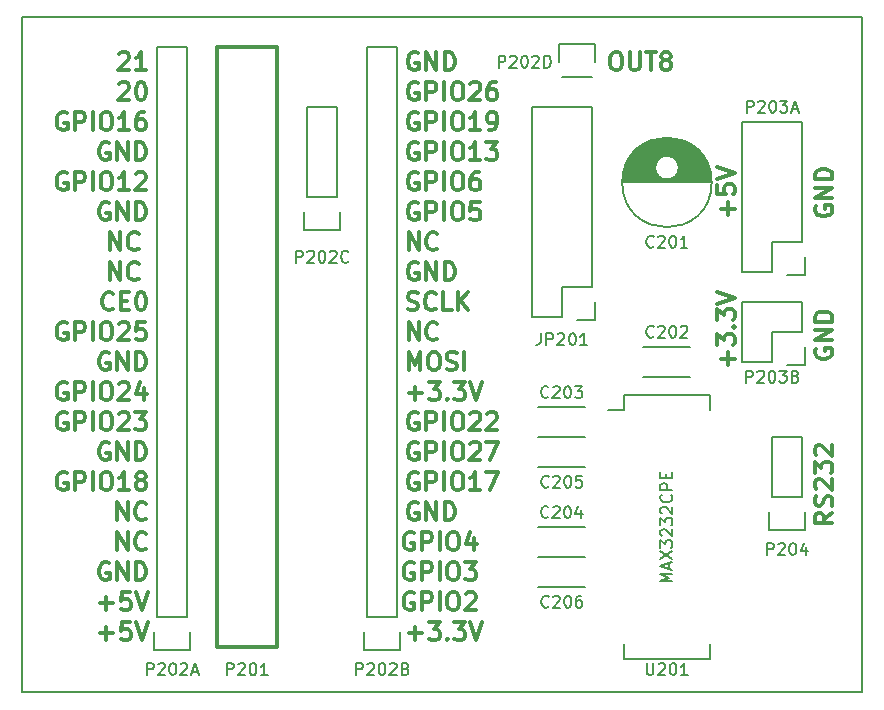
<source format=gbr>
G04 #@! TF.FileFunction,Legend,Top*
%FSLAX46Y46*%
G04 Gerber Fmt 4.6, Leading zero omitted, Abs format (unit mm)*
G04 Created by KiCad (PCBNEW 4.0.5+dfsg1-4) date Sat Oct  5 15:21:09 2019*
%MOMM*%
%LPD*%
G01*
G04 APERTURE LIST*
%ADD10C,0.150000*%
%ADD11C,0.300000*%
%ADD12C,0.304800*%
G04 APERTURE END LIST*
D10*
D11*
X160127143Y-100607857D02*
X160127143Y-99465000D01*
X160698571Y-100036429D02*
X159555714Y-100036429D01*
X159198571Y-98893571D02*
X159198571Y-97965000D01*
X159770000Y-98465000D01*
X159770000Y-98250714D01*
X159841429Y-98107857D01*
X159912857Y-98036428D01*
X160055714Y-97965000D01*
X160412857Y-97965000D01*
X160555714Y-98036428D01*
X160627143Y-98107857D01*
X160698571Y-98250714D01*
X160698571Y-98679286D01*
X160627143Y-98822143D01*
X160555714Y-98893571D01*
X160555714Y-97322143D02*
X160627143Y-97250715D01*
X160698571Y-97322143D01*
X160627143Y-97393572D01*
X160555714Y-97322143D01*
X160698571Y-97322143D01*
X159198571Y-96750714D02*
X159198571Y-95822143D01*
X159770000Y-96322143D01*
X159770000Y-96107857D01*
X159841429Y-95965000D01*
X159912857Y-95893571D01*
X160055714Y-95822143D01*
X160412857Y-95822143D01*
X160555714Y-95893571D01*
X160627143Y-95965000D01*
X160698571Y-96107857D01*
X160698571Y-96536429D01*
X160627143Y-96679286D01*
X160555714Y-96750714D01*
X159198571Y-95393572D02*
X160698571Y-94893572D01*
X159198571Y-94393572D01*
X167525000Y-99187143D02*
X167453571Y-99330000D01*
X167453571Y-99544286D01*
X167525000Y-99758571D01*
X167667857Y-99901429D01*
X167810714Y-99972857D01*
X168096429Y-100044286D01*
X168310714Y-100044286D01*
X168596429Y-99972857D01*
X168739286Y-99901429D01*
X168882143Y-99758571D01*
X168953571Y-99544286D01*
X168953571Y-99401429D01*
X168882143Y-99187143D01*
X168810714Y-99115714D01*
X168310714Y-99115714D01*
X168310714Y-99401429D01*
X168953571Y-98472857D02*
X167453571Y-98472857D01*
X168953571Y-97615714D01*
X167453571Y-97615714D01*
X168953571Y-96901428D02*
X167453571Y-96901428D01*
X167453571Y-96544285D01*
X167525000Y-96330000D01*
X167667857Y-96187142D01*
X167810714Y-96115714D01*
X168096429Y-96044285D01*
X168310714Y-96044285D01*
X168596429Y-96115714D01*
X168739286Y-96187142D01*
X168882143Y-96330000D01*
X168953571Y-96544285D01*
X168953571Y-96901428D01*
X160127143Y-87907857D02*
X160127143Y-86765000D01*
X160698571Y-87336429D02*
X159555714Y-87336429D01*
X159198571Y-85336428D02*
X159198571Y-86050714D01*
X159912857Y-86122143D01*
X159841429Y-86050714D01*
X159770000Y-85907857D01*
X159770000Y-85550714D01*
X159841429Y-85407857D01*
X159912857Y-85336428D01*
X160055714Y-85265000D01*
X160412857Y-85265000D01*
X160555714Y-85336428D01*
X160627143Y-85407857D01*
X160698571Y-85550714D01*
X160698571Y-85907857D01*
X160627143Y-86050714D01*
X160555714Y-86122143D01*
X159198571Y-84836429D02*
X160698571Y-84336429D01*
X159198571Y-83836429D01*
X167525000Y-87122143D02*
X167453571Y-87265000D01*
X167453571Y-87479286D01*
X167525000Y-87693571D01*
X167667857Y-87836429D01*
X167810714Y-87907857D01*
X168096429Y-87979286D01*
X168310714Y-87979286D01*
X168596429Y-87907857D01*
X168739286Y-87836429D01*
X168882143Y-87693571D01*
X168953571Y-87479286D01*
X168953571Y-87336429D01*
X168882143Y-87122143D01*
X168810714Y-87050714D01*
X168310714Y-87050714D01*
X168310714Y-87336429D01*
X168953571Y-86407857D02*
X167453571Y-86407857D01*
X168953571Y-85550714D01*
X167453571Y-85550714D01*
X168953571Y-84836428D02*
X167453571Y-84836428D01*
X167453571Y-84479285D01*
X167525000Y-84265000D01*
X167667857Y-84122142D01*
X167810714Y-84050714D01*
X168096429Y-83979285D01*
X168310714Y-83979285D01*
X168596429Y-84050714D01*
X168739286Y-84122142D01*
X168882143Y-84265000D01*
X168953571Y-84479285D01*
X168953571Y-84836428D01*
X133072143Y-98468571D02*
X133072143Y-96968571D01*
X133929286Y-98468571D01*
X133929286Y-96968571D01*
X135500715Y-98325714D02*
X135429286Y-98397143D01*
X135215000Y-98468571D01*
X135072143Y-98468571D01*
X134857858Y-98397143D01*
X134715000Y-98254286D01*
X134643572Y-98111429D01*
X134572143Y-97825714D01*
X134572143Y-97611429D01*
X134643572Y-97325714D01*
X134715000Y-97182857D01*
X134857858Y-97040000D01*
X135072143Y-96968571D01*
X135215000Y-96968571D01*
X135429286Y-97040000D01*
X135500715Y-97111429D01*
X133072143Y-90848571D02*
X133072143Y-89348571D01*
X133929286Y-90848571D01*
X133929286Y-89348571D01*
X135500715Y-90705714D02*
X135429286Y-90777143D01*
X135215000Y-90848571D01*
X135072143Y-90848571D01*
X134857858Y-90777143D01*
X134715000Y-90634286D01*
X134643572Y-90491429D01*
X134572143Y-90205714D01*
X134572143Y-89991429D01*
X134643572Y-89705714D01*
X134715000Y-89562857D01*
X134857858Y-89420000D01*
X135072143Y-89348571D01*
X135215000Y-89348571D01*
X135429286Y-89420000D01*
X135500715Y-89491429D01*
X106910715Y-123297143D02*
X108053572Y-123297143D01*
X107482143Y-123868571D02*
X107482143Y-122725714D01*
X109482144Y-122368571D02*
X108767858Y-122368571D01*
X108696429Y-123082857D01*
X108767858Y-123011429D01*
X108910715Y-122940000D01*
X109267858Y-122940000D01*
X109410715Y-123011429D01*
X109482144Y-123082857D01*
X109553572Y-123225714D01*
X109553572Y-123582857D01*
X109482144Y-123725714D01*
X109410715Y-123797143D01*
X109267858Y-123868571D01*
X108910715Y-123868571D01*
X108767858Y-123797143D01*
X108696429Y-123725714D01*
X109982143Y-122368571D02*
X110482143Y-123868571D01*
X110982143Y-122368571D01*
X107775714Y-93388571D02*
X107775714Y-91888571D01*
X108632857Y-93388571D01*
X108632857Y-91888571D01*
X110204286Y-93245714D02*
X110132857Y-93317143D01*
X109918571Y-93388571D01*
X109775714Y-93388571D01*
X109561429Y-93317143D01*
X109418571Y-93174286D01*
X109347143Y-93031429D01*
X109275714Y-92745714D01*
X109275714Y-92531429D01*
X109347143Y-92245714D01*
X109418571Y-92102857D01*
X109561429Y-91960000D01*
X109775714Y-91888571D01*
X109918571Y-91888571D01*
X110132857Y-91960000D01*
X110204286Y-92031429D01*
X107775714Y-90848571D02*
X107775714Y-89348571D01*
X108632857Y-90848571D01*
X108632857Y-89348571D01*
X110204286Y-90705714D02*
X110132857Y-90777143D01*
X109918571Y-90848571D01*
X109775714Y-90848571D01*
X109561429Y-90777143D01*
X109418571Y-90634286D01*
X109347143Y-90491429D01*
X109275714Y-90205714D01*
X109275714Y-89991429D01*
X109347143Y-89705714D01*
X109418571Y-89562857D01*
X109561429Y-89420000D01*
X109775714Y-89348571D01*
X109918571Y-89348571D01*
X110132857Y-89420000D01*
X110204286Y-89491429D01*
X104125000Y-109740000D02*
X103982143Y-109668571D01*
X103767857Y-109668571D01*
X103553572Y-109740000D01*
X103410714Y-109882857D01*
X103339286Y-110025714D01*
X103267857Y-110311429D01*
X103267857Y-110525714D01*
X103339286Y-110811429D01*
X103410714Y-110954286D01*
X103553572Y-111097143D01*
X103767857Y-111168571D01*
X103910714Y-111168571D01*
X104125000Y-111097143D01*
X104196429Y-111025714D01*
X104196429Y-110525714D01*
X103910714Y-110525714D01*
X104839286Y-111168571D02*
X104839286Y-109668571D01*
X105410714Y-109668571D01*
X105553572Y-109740000D01*
X105625000Y-109811429D01*
X105696429Y-109954286D01*
X105696429Y-110168571D01*
X105625000Y-110311429D01*
X105553572Y-110382857D01*
X105410714Y-110454286D01*
X104839286Y-110454286D01*
X106339286Y-111168571D02*
X106339286Y-109668571D01*
X107339286Y-109668571D02*
X107625000Y-109668571D01*
X107767858Y-109740000D01*
X107910715Y-109882857D01*
X107982143Y-110168571D01*
X107982143Y-110668571D01*
X107910715Y-110954286D01*
X107767858Y-111097143D01*
X107625000Y-111168571D01*
X107339286Y-111168571D01*
X107196429Y-111097143D01*
X107053572Y-110954286D01*
X106982143Y-110668571D01*
X106982143Y-110168571D01*
X107053572Y-109882857D01*
X107196429Y-109740000D01*
X107339286Y-109668571D01*
X109410715Y-111168571D02*
X108553572Y-111168571D01*
X108982144Y-111168571D02*
X108982144Y-109668571D01*
X108839287Y-109882857D01*
X108696429Y-110025714D01*
X108553572Y-110097143D01*
X110267858Y-110311429D02*
X110125000Y-110240000D01*
X110053572Y-110168571D01*
X109982143Y-110025714D01*
X109982143Y-109954286D01*
X110053572Y-109811429D01*
X110125000Y-109740000D01*
X110267858Y-109668571D01*
X110553572Y-109668571D01*
X110696429Y-109740000D01*
X110767858Y-109811429D01*
X110839286Y-109954286D01*
X110839286Y-110025714D01*
X110767858Y-110168571D01*
X110696429Y-110240000D01*
X110553572Y-110311429D01*
X110267858Y-110311429D01*
X110125000Y-110382857D01*
X110053572Y-110454286D01*
X109982143Y-110597143D01*
X109982143Y-110882857D01*
X110053572Y-111025714D01*
X110125000Y-111097143D01*
X110267858Y-111168571D01*
X110553572Y-111168571D01*
X110696429Y-111097143D01*
X110767858Y-111025714D01*
X110839286Y-110882857D01*
X110839286Y-110597143D01*
X110767858Y-110454286D01*
X110696429Y-110382857D01*
X110553572Y-110311429D01*
X108410714Y-113708571D02*
X108410714Y-112208571D01*
X109267857Y-113708571D01*
X109267857Y-112208571D01*
X110839286Y-113565714D02*
X110767857Y-113637143D01*
X110553571Y-113708571D01*
X110410714Y-113708571D01*
X110196429Y-113637143D01*
X110053571Y-113494286D01*
X109982143Y-113351429D01*
X109910714Y-113065714D01*
X109910714Y-112851429D01*
X109982143Y-112565714D01*
X110053571Y-112422857D01*
X110196429Y-112280000D01*
X110410714Y-112208571D01*
X110553571Y-112208571D01*
X110767857Y-112280000D01*
X110839286Y-112351429D01*
X108410714Y-116248571D02*
X108410714Y-114748571D01*
X109267857Y-116248571D01*
X109267857Y-114748571D01*
X110839286Y-116105714D02*
X110767857Y-116177143D01*
X110553571Y-116248571D01*
X110410714Y-116248571D01*
X110196429Y-116177143D01*
X110053571Y-116034286D01*
X109982143Y-115891429D01*
X109910714Y-115605714D01*
X109910714Y-115391429D01*
X109982143Y-115105714D01*
X110053571Y-114962857D01*
X110196429Y-114820000D01*
X110410714Y-114748571D01*
X110553571Y-114748571D01*
X110767857Y-114820000D01*
X110839286Y-114891429D01*
X150502857Y-74108571D02*
X150788571Y-74108571D01*
X150931429Y-74180000D01*
X151074286Y-74322857D01*
X151145714Y-74608571D01*
X151145714Y-75108571D01*
X151074286Y-75394286D01*
X150931429Y-75537143D01*
X150788571Y-75608571D01*
X150502857Y-75608571D01*
X150360000Y-75537143D01*
X150217143Y-75394286D01*
X150145714Y-75108571D01*
X150145714Y-74608571D01*
X150217143Y-74322857D01*
X150360000Y-74180000D01*
X150502857Y-74108571D01*
X151788572Y-74108571D02*
X151788572Y-75322857D01*
X151860000Y-75465714D01*
X151931429Y-75537143D01*
X152074286Y-75608571D01*
X152360000Y-75608571D01*
X152502858Y-75537143D01*
X152574286Y-75465714D01*
X152645715Y-75322857D01*
X152645715Y-74108571D01*
X153145715Y-74108571D02*
X154002858Y-74108571D01*
X153574287Y-75608571D02*
X153574287Y-74108571D01*
X154717144Y-74751429D02*
X154574286Y-74680000D01*
X154502858Y-74608571D01*
X154431429Y-74465714D01*
X154431429Y-74394286D01*
X154502858Y-74251429D01*
X154574286Y-74180000D01*
X154717144Y-74108571D01*
X155002858Y-74108571D01*
X155145715Y-74180000D01*
X155217144Y-74251429D01*
X155288572Y-74394286D01*
X155288572Y-74465714D01*
X155217144Y-74608571D01*
X155145715Y-74680000D01*
X155002858Y-74751429D01*
X154717144Y-74751429D01*
X154574286Y-74822857D01*
X154502858Y-74894286D01*
X154431429Y-75037143D01*
X154431429Y-75322857D01*
X154502858Y-75465714D01*
X154574286Y-75537143D01*
X154717144Y-75608571D01*
X155002858Y-75608571D01*
X155145715Y-75537143D01*
X155217144Y-75465714D01*
X155288572Y-75322857D01*
X155288572Y-75037143D01*
X155217144Y-74894286D01*
X155145715Y-74822857D01*
X155002858Y-74751429D01*
X104125000Y-102120000D02*
X103982143Y-102048571D01*
X103767857Y-102048571D01*
X103553572Y-102120000D01*
X103410714Y-102262857D01*
X103339286Y-102405714D01*
X103267857Y-102691429D01*
X103267857Y-102905714D01*
X103339286Y-103191429D01*
X103410714Y-103334286D01*
X103553572Y-103477143D01*
X103767857Y-103548571D01*
X103910714Y-103548571D01*
X104125000Y-103477143D01*
X104196429Y-103405714D01*
X104196429Y-102905714D01*
X103910714Y-102905714D01*
X104839286Y-103548571D02*
X104839286Y-102048571D01*
X105410714Y-102048571D01*
X105553572Y-102120000D01*
X105625000Y-102191429D01*
X105696429Y-102334286D01*
X105696429Y-102548571D01*
X105625000Y-102691429D01*
X105553572Y-102762857D01*
X105410714Y-102834286D01*
X104839286Y-102834286D01*
X106339286Y-103548571D02*
X106339286Y-102048571D01*
X107339286Y-102048571D02*
X107625000Y-102048571D01*
X107767858Y-102120000D01*
X107910715Y-102262857D01*
X107982143Y-102548571D01*
X107982143Y-103048571D01*
X107910715Y-103334286D01*
X107767858Y-103477143D01*
X107625000Y-103548571D01*
X107339286Y-103548571D01*
X107196429Y-103477143D01*
X107053572Y-103334286D01*
X106982143Y-103048571D01*
X106982143Y-102548571D01*
X107053572Y-102262857D01*
X107196429Y-102120000D01*
X107339286Y-102048571D01*
X108553572Y-102191429D02*
X108625001Y-102120000D01*
X108767858Y-102048571D01*
X109125001Y-102048571D01*
X109267858Y-102120000D01*
X109339287Y-102191429D01*
X109410715Y-102334286D01*
X109410715Y-102477143D01*
X109339287Y-102691429D01*
X108482144Y-103548571D01*
X109410715Y-103548571D01*
X110696429Y-102548571D02*
X110696429Y-103548571D01*
X110339286Y-101977143D02*
X109982143Y-103048571D01*
X110910715Y-103048571D01*
X104125000Y-104660000D02*
X103982143Y-104588571D01*
X103767857Y-104588571D01*
X103553572Y-104660000D01*
X103410714Y-104802857D01*
X103339286Y-104945714D01*
X103267857Y-105231429D01*
X103267857Y-105445714D01*
X103339286Y-105731429D01*
X103410714Y-105874286D01*
X103553572Y-106017143D01*
X103767857Y-106088571D01*
X103910714Y-106088571D01*
X104125000Y-106017143D01*
X104196429Y-105945714D01*
X104196429Y-105445714D01*
X103910714Y-105445714D01*
X104839286Y-106088571D02*
X104839286Y-104588571D01*
X105410714Y-104588571D01*
X105553572Y-104660000D01*
X105625000Y-104731429D01*
X105696429Y-104874286D01*
X105696429Y-105088571D01*
X105625000Y-105231429D01*
X105553572Y-105302857D01*
X105410714Y-105374286D01*
X104839286Y-105374286D01*
X106339286Y-106088571D02*
X106339286Y-104588571D01*
X107339286Y-104588571D02*
X107625000Y-104588571D01*
X107767858Y-104660000D01*
X107910715Y-104802857D01*
X107982143Y-105088571D01*
X107982143Y-105588571D01*
X107910715Y-105874286D01*
X107767858Y-106017143D01*
X107625000Y-106088571D01*
X107339286Y-106088571D01*
X107196429Y-106017143D01*
X107053572Y-105874286D01*
X106982143Y-105588571D01*
X106982143Y-105088571D01*
X107053572Y-104802857D01*
X107196429Y-104660000D01*
X107339286Y-104588571D01*
X108553572Y-104731429D02*
X108625001Y-104660000D01*
X108767858Y-104588571D01*
X109125001Y-104588571D01*
X109267858Y-104660000D01*
X109339287Y-104731429D01*
X109410715Y-104874286D01*
X109410715Y-105017143D01*
X109339287Y-105231429D01*
X108482144Y-106088571D01*
X109410715Y-106088571D01*
X109910715Y-104588571D02*
X110839286Y-104588571D01*
X110339286Y-105160000D01*
X110553572Y-105160000D01*
X110696429Y-105231429D01*
X110767858Y-105302857D01*
X110839286Y-105445714D01*
X110839286Y-105802857D01*
X110767858Y-105945714D01*
X110696429Y-106017143D01*
X110553572Y-106088571D01*
X110125000Y-106088571D01*
X109982143Y-106017143D01*
X109910715Y-105945714D01*
X133072143Y-101008571D02*
X133072143Y-99508571D01*
X133572143Y-100580000D01*
X134072143Y-99508571D01*
X134072143Y-101008571D01*
X135072143Y-99508571D02*
X135357857Y-99508571D01*
X135500715Y-99580000D01*
X135643572Y-99722857D01*
X135715000Y-100008571D01*
X135715000Y-100508571D01*
X135643572Y-100794286D01*
X135500715Y-100937143D01*
X135357857Y-101008571D01*
X135072143Y-101008571D01*
X134929286Y-100937143D01*
X134786429Y-100794286D01*
X134715000Y-100508571D01*
X134715000Y-100008571D01*
X134786429Y-99722857D01*
X134929286Y-99580000D01*
X135072143Y-99508571D01*
X136286429Y-100937143D02*
X136500715Y-101008571D01*
X136857858Y-101008571D01*
X137000715Y-100937143D01*
X137072144Y-100865714D01*
X137143572Y-100722857D01*
X137143572Y-100580000D01*
X137072144Y-100437143D01*
X137000715Y-100365714D01*
X136857858Y-100294286D01*
X136572144Y-100222857D01*
X136429286Y-100151429D01*
X136357858Y-100080000D01*
X136286429Y-99937143D01*
X136286429Y-99794286D01*
X136357858Y-99651429D01*
X136429286Y-99580000D01*
X136572144Y-99508571D01*
X136929286Y-99508571D01*
X137143572Y-99580000D01*
X137786429Y-101008571D02*
X137786429Y-99508571D01*
X133857857Y-109740000D02*
X133715000Y-109668571D01*
X133500714Y-109668571D01*
X133286429Y-109740000D01*
X133143571Y-109882857D01*
X133072143Y-110025714D01*
X133000714Y-110311429D01*
X133000714Y-110525714D01*
X133072143Y-110811429D01*
X133143571Y-110954286D01*
X133286429Y-111097143D01*
X133500714Y-111168571D01*
X133643571Y-111168571D01*
X133857857Y-111097143D01*
X133929286Y-111025714D01*
X133929286Y-110525714D01*
X133643571Y-110525714D01*
X134572143Y-111168571D02*
X134572143Y-109668571D01*
X135143571Y-109668571D01*
X135286429Y-109740000D01*
X135357857Y-109811429D01*
X135429286Y-109954286D01*
X135429286Y-110168571D01*
X135357857Y-110311429D01*
X135286429Y-110382857D01*
X135143571Y-110454286D01*
X134572143Y-110454286D01*
X136072143Y-111168571D02*
X136072143Y-109668571D01*
X137072143Y-109668571D02*
X137357857Y-109668571D01*
X137500715Y-109740000D01*
X137643572Y-109882857D01*
X137715000Y-110168571D01*
X137715000Y-110668571D01*
X137643572Y-110954286D01*
X137500715Y-111097143D01*
X137357857Y-111168571D01*
X137072143Y-111168571D01*
X136929286Y-111097143D01*
X136786429Y-110954286D01*
X136715000Y-110668571D01*
X136715000Y-110168571D01*
X136786429Y-109882857D01*
X136929286Y-109740000D01*
X137072143Y-109668571D01*
X139143572Y-111168571D02*
X138286429Y-111168571D01*
X138715001Y-111168571D02*
X138715001Y-109668571D01*
X138572144Y-109882857D01*
X138429286Y-110025714D01*
X138286429Y-110097143D01*
X139643572Y-109668571D02*
X140643572Y-109668571D01*
X140000715Y-111168571D01*
X168953571Y-113085714D02*
X168239286Y-113585714D01*
X168953571Y-113942857D02*
X167453571Y-113942857D01*
X167453571Y-113371429D01*
X167525000Y-113228571D01*
X167596429Y-113157143D01*
X167739286Y-113085714D01*
X167953571Y-113085714D01*
X168096429Y-113157143D01*
X168167857Y-113228571D01*
X168239286Y-113371429D01*
X168239286Y-113942857D01*
X168882143Y-112514286D02*
X168953571Y-112300000D01*
X168953571Y-111942857D01*
X168882143Y-111800000D01*
X168810714Y-111728571D01*
X168667857Y-111657143D01*
X168525000Y-111657143D01*
X168382143Y-111728571D01*
X168310714Y-111800000D01*
X168239286Y-111942857D01*
X168167857Y-112228571D01*
X168096429Y-112371429D01*
X168025000Y-112442857D01*
X167882143Y-112514286D01*
X167739286Y-112514286D01*
X167596429Y-112442857D01*
X167525000Y-112371429D01*
X167453571Y-112228571D01*
X167453571Y-111871429D01*
X167525000Y-111657143D01*
X167596429Y-111085715D02*
X167525000Y-111014286D01*
X167453571Y-110871429D01*
X167453571Y-110514286D01*
X167525000Y-110371429D01*
X167596429Y-110300000D01*
X167739286Y-110228572D01*
X167882143Y-110228572D01*
X168096429Y-110300000D01*
X168953571Y-111157143D01*
X168953571Y-110228572D01*
X167453571Y-109728572D02*
X167453571Y-108800001D01*
X168025000Y-109300001D01*
X168025000Y-109085715D01*
X168096429Y-108942858D01*
X168167857Y-108871429D01*
X168310714Y-108800001D01*
X168667857Y-108800001D01*
X168810714Y-108871429D01*
X168882143Y-108942858D01*
X168953571Y-109085715D01*
X168953571Y-109514287D01*
X168882143Y-109657144D01*
X168810714Y-109728572D01*
X167596429Y-108228573D02*
X167525000Y-108157144D01*
X167453571Y-108014287D01*
X167453571Y-107657144D01*
X167525000Y-107514287D01*
X167596429Y-107442858D01*
X167739286Y-107371430D01*
X167882143Y-107371430D01*
X168096429Y-107442858D01*
X168953571Y-108300001D01*
X168953571Y-107371430D01*
X133857857Y-91960000D02*
X133715000Y-91888571D01*
X133500714Y-91888571D01*
X133286429Y-91960000D01*
X133143571Y-92102857D01*
X133072143Y-92245714D01*
X133000714Y-92531429D01*
X133000714Y-92745714D01*
X133072143Y-93031429D01*
X133143571Y-93174286D01*
X133286429Y-93317143D01*
X133500714Y-93388571D01*
X133643571Y-93388571D01*
X133857857Y-93317143D01*
X133929286Y-93245714D01*
X133929286Y-92745714D01*
X133643571Y-92745714D01*
X134572143Y-93388571D02*
X134572143Y-91888571D01*
X135429286Y-93388571D01*
X135429286Y-91888571D01*
X136143572Y-93388571D02*
X136143572Y-91888571D01*
X136500715Y-91888571D01*
X136715000Y-91960000D01*
X136857858Y-92102857D01*
X136929286Y-92245714D01*
X137000715Y-92531429D01*
X137000715Y-92745714D01*
X136929286Y-93031429D01*
X136857858Y-93174286D01*
X136715000Y-93317143D01*
X136500715Y-93388571D01*
X136143572Y-93388571D01*
X133857857Y-74180000D02*
X133715000Y-74108571D01*
X133500714Y-74108571D01*
X133286429Y-74180000D01*
X133143571Y-74322857D01*
X133072143Y-74465714D01*
X133000714Y-74751429D01*
X133000714Y-74965714D01*
X133072143Y-75251429D01*
X133143571Y-75394286D01*
X133286429Y-75537143D01*
X133500714Y-75608571D01*
X133643571Y-75608571D01*
X133857857Y-75537143D01*
X133929286Y-75465714D01*
X133929286Y-74965714D01*
X133643571Y-74965714D01*
X134572143Y-75608571D02*
X134572143Y-74108571D01*
X135429286Y-75608571D01*
X135429286Y-74108571D01*
X136143572Y-75608571D02*
X136143572Y-74108571D01*
X136500715Y-74108571D01*
X136715000Y-74180000D01*
X136857858Y-74322857D01*
X136929286Y-74465714D01*
X137000715Y-74751429D01*
X137000715Y-74965714D01*
X136929286Y-75251429D01*
X136857858Y-75394286D01*
X136715000Y-75537143D01*
X136500715Y-75608571D01*
X136143572Y-75608571D01*
X133857857Y-76720000D02*
X133715000Y-76648571D01*
X133500714Y-76648571D01*
X133286429Y-76720000D01*
X133143571Y-76862857D01*
X133072143Y-77005714D01*
X133000714Y-77291429D01*
X133000714Y-77505714D01*
X133072143Y-77791429D01*
X133143571Y-77934286D01*
X133286429Y-78077143D01*
X133500714Y-78148571D01*
X133643571Y-78148571D01*
X133857857Y-78077143D01*
X133929286Y-78005714D01*
X133929286Y-77505714D01*
X133643571Y-77505714D01*
X134572143Y-78148571D02*
X134572143Y-76648571D01*
X135143571Y-76648571D01*
X135286429Y-76720000D01*
X135357857Y-76791429D01*
X135429286Y-76934286D01*
X135429286Y-77148571D01*
X135357857Y-77291429D01*
X135286429Y-77362857D01*
X135143571Y-77434286D01*
X134572143Y-77434286D01*
X136072143Y-78148571D02*
X136072143Y-76648571D01*
X137072143Y-76648571D02*
X137357857Y-76648571D01*
X137500715Y-76720000D01*
X137643572Y-76862857D01*
X137715000Y-77148571D01*
X137715000Y-77648571D01*
X137643572Y-77934286D01*
X137500715Y-78077143D01*
X137357857Y-78148571D01*
X137072143Y-78148571D01*
X136929286Y-78077143D01*
X136786429Y-77934286D01*
X136715000Y-77648571D01*
X136715000Y-77148571D01*
X136786429Y-76862857D01*
X136929286Y-76720000D01*
X137072143Y-76648571D01*
X138286429Y-76791429D02*
X138357858Y-76720000D01*
X138500715Y-76648571D01*
X138857858Y-76648571D01*
X139000715Y-76720000D01*
X139072144Y-76791429D01*
X139143572Y-76934286D01*
X139143572Y-77077143D01*
X139072144Y-77291429D01*
X138215001Y-78148571D01*
X139143572Y-78148571D01*
X140429286Y-76648571D02*
X140143572Y-76648571D01*
X140000715Y-76720000D01*
X139929286Y-76791429D01*
X139786429Y-77005714D01*
X139715000Y-77291429D01*
X139715000Y-77862857D01*
X139786429Y-78005714D01*
X139857857Y-78077143D01*
X140000715Y-78148571D01*
X140286429Y-78148571D01*
X140429286Y-78077143D01*
X140500715Y-78005714D01*
X140572143Y-77862857D01*
X140572143Y-77505714D01*
X140500715Y-77362857D01*
X140429286Y-77291429D01*
X140286429Y-77220000D01*
X140000715Y-77220000D01*
X139857857Y-77291429D01*
X139786429Y-77362857D01*
X139715000Y-77505714D01*
X108553572Y-74251429D02*
X108625001Y-74180000D01*
X108767858Y-74108571D01*
X109125001Y-74108571D01*
X109267858Y-74180000D01*
X109339287Y-74251429D01*
X109410715Y-74394286D01*
X109410715Y-74537143D01*
X109339287Y-74751429D01*
X108482144Y-75608571D01*
X109410715Y-75608571D01*
X110839286Y-75608571D02*
X109982143Y-75608571D01*
X110410715Y-75608571D02*
X110410715Y-74108571D01*
X110267858Y-74322857D01*
X110125000Y-74465714D01*
X109982143Y-74537143D01*
X108553572Y-76791429D02*
X108625001Y-76720000D01*
X108767858Y-76648571D01*
X109125001Y-76648571D01*
X109267858Y-76720000D01*
X109339287Y-76791429D01*
X109410715Y-76934286D01*
X109410715Y-77077143D01*
X109339287Y-77291429D01*
X108482144Y-78148571D01*
X109410715Y-78148571D01*
X110339286Y-76648571D02*
X110482143Y-76648571D01*
X110625000Y-76720000D01*
X110696429Y-76791429D01*
X110767858Y-76934286D01*
X110839286Y-77220000D01*
X110839286Y-77577143D01*
X110767858Y-77862857D01*
X110696429Y-78005714D01*
X110625000Y-78077143D01*
X110482143Y-78148571D01*
X110339286Y-78148571D01*
X110196429Y-78077143D01*
X110125000Y-78005714D01*
X110053572Y-77862857D01*
X109982143Y-77577143D01*
X109982143Y-77220000D01*
X110053572Y-76934286D01*
X110125000Y-76791429D01*
X110196429Y-76720000D01*
X110339286Y-76648571D01*
X104125000Y-79260000D02*
X103982143Y-79188571D01*
X103767857Y-79188571D01*
X103553572Y-79260000D01*
X103410714Y-79402857D01*
X103339286Y-79545714D01*
X103267857Y-79831429D01*
X103267857Y-80045714D01*
X103339286Y-80331429D01*
X103410714Y-80474286D01*
X103553572Y-80617143D01*
X103767857Y-80688571D01*
X103910714Y-80688571D01*
X104125000Y-80617143D01*
X104196429Y-80545714D01*
X104196429Y-80045714D01*
X103910714Y-80045714D01*
X104839286Y-80688571D02*
X104839286Y-79188571D01*
X105410714Y-79188571D01*
X105553572Y-79260000D01*
X105625000Y-79331429D01*
X105696429Y-79474286D01*
X105696429Y-79688571D01*
X105625000Y-79831429D01*
X105553572Y-79902857D01*
X105410714Y-79974286D01*
X104839286Y-79974286D01*
X106339286Y-80688571D02*
X106339286Y-79188571D01*
X107339286Y-79188571D02*
X107625000Y-79188571D01*
X107767858Y-79260000D01*
X107910715Y-79402857D01*
X107982143Y-79688571D01*
X107982143Y-80188571D01*
X107910715Y-80474286D01*
X107767858Y-80617143D01*
X107625000Y-80688571D01*
X107339286Y-80688571D01*
X107196429Y-80617143D01*
X107053572Y-80474286D01*
X106982143Y-80188571D01*
X106982143Y-79688571D01*
X107053572Y-79402857D01*
X107196429Y-79260000D01*
X107339286Y-79188571D01*
X109410715Y-80688571D02*
X108553572Y-80688571D01*
X108982144Y-80688571D02*
X108982144Y-79188571D01*
X108839287Y-79402857D01*
X108696429Y-79545714D01*
X108553572Y-79617143D01*
X110696429Y-79188571D02*
X110410715Y-79188571D01*
X110267858Y-79260000D01*
X110196429Y-79331429D01*
X110053572Y-79545714D01*
X109982143Y-79831429D01*
X109982143Y-80402857D01*
X110053572Y-80545714D01*
X110125000Y-80617143D01*
X110267858Y-80688571D01*
X110553572Y-80688571D01*
X110696429Y-80617143D01*
X110767858Y-80545714D01*
X110839286Y-80402857D01*
X110839286Y-80045714D01*
X110767858Y-79902857D01*
X110696429Y-79831429D01*
X110553572Y-79760000D01*
X110267858Y-79760000D01*
X110125000Y-79831429D01*
X110053572Y-79902857D01*
X109982143Y-80045714D01*
X104125000Y-84340000D02*
X103982143Y-84268571D01*
X103767857Y-84268571D01*
X103553572Y-84340000D01*
X103410714Y-84482857D01*
X103339286Y-84625714D01*
X103267857Y-84911429D01*
X103267857Y-85125714D01*
X103339286Y-85411429D01*
X103410714Y-85554286D01*
X103553572Y-85697143D01*
X103767857Y-85768571D01*
X103910714Y-85768571D01*
X104125000Y-85697143D01*
X104196429Y-85625714D01*
X104196429Y-85125714D01*
X103910714Y-85125714D01*
X104839286Y-85768571D02*
X104839286Y-84268571D01*
X105410714Y-84268571D01*
X105553572Y-84340000D01*
X105625000Y-84411429D01*
X105696429Y-84554286D01*
X105696429Y-84768571D01*
X105625000Y-84911429D01*
X105553572Y-84982857D01*
X105410714Y-85054286D01*
X104839286Y-85054286D01*
X106339286Y-85768571D02*
X106339286Y-84268571D01*
X107339286Y-84268571D02*
X107625000Y-84268571D01*
X107767858Y-84340000D01*
X107910715Y-84482857D01*
X107982143Y-84768571D01*
X107982143Y-85268571D01*
X107910715Y-85554286D01*
X107767858Y-85697143D01*
X107625000Y-85768571D01*
X107339286Y-85768571D01*
X107196429Y-85697143D01*
X107053572Y-85554286D01*
X106982143Y-85268571D01*
X106982143Y-84768571D01*
X107053572Y-84482857D01*
X107196429Y-84340000D01*
X107339286Y-84268571D01*
X109410715Y-85768571D02*
X108553572Y-85768571D01*
X108982144Y-85768571D02*
X108982144Y-84268571D01*
X108839287Y-84482857D01*
X108696429Y-84625714D01*
X108553572Y-84697143D01*
X109982143Y-84411429D02*
X110053572Y-84340000D01*
X110196429Y-84268571D01*
X110553572Y-84268571D01*
X110696429Y-84340000D01*
X110767858Y-84411429D01*
X110839286Y-84554286D01*
X110839286Y-84697143D01*
X110767858Y-84911429D01*
X109910715Y-85768571D01*
X110839286Y-85768571D01*
X108053572Y-95785714D02*
X107982143Y-95857143D01*
X107767857Y-95928571D01*
X107625000Y-95928571D01*
X107410715Y-95857143D01*
X107267857Y-95714286D01*
X107196429Y-95571429D01*
X107125000Y-95285714D01*
X107125000Y-95071429D01*
X107196429Y-94785714D01*
X107267857Y-94642857D01*
X107410715Y-94500000D01*
X107625000Y-94428571D01*
X107767857Y-94428571D01*
X107982143Y-94500000D01*
X108053572Y-94571429D01*
X108696429Y-95142857D02*
X109196429Y-95142857D01*
X109410715Y-95928571D02*
X108696429Y-95928571D01*
X108696429Y-94428571D01*
X109410715Y-94428571D01*
X110339286Y-94428571D02*
X110482143Y-94428571D01*
X110625000Y-94500000D01*
X110696429Y-94571429D01*
X110767858Y-94714286D01*
X110839286Y-95000000D01*
X110839286Y-95357143D01*
X110767858Y-95642857D01*
X110696429Y-95785714D01*
X110625000Y-95857143D01*
X110482143Y-95928571D01*
X110339286Y-95928571D01*
X110196429Y-95857143D01*
X110125000Y-95785714D01*
X110053572Y-95642857D01*
X109982143Y-95357143D01*
X109982143Y-95000000D01*
X110053572Y-94714286D01*
X110125000Y-94571429D01*
X110196429Y-94500000D01*
X110339286Y-94428571D01*
X104125000Y-97040000D02*
X103982143Y-96968571D01*
X103767857Y-96968571D01*
X103553572Y-97040000D01*
X103410714Y-97182857D01*
X103339286Y-97325714D01*
X103267857Y-97611429D01*
X103267857Y-97825714D01*
X103339286Y-98111429D01*
X103410714Y-98254286D01*
X103553572Y-98397143D01*
X103767857Y-98468571D01*
X103910714Y-98468571D01*
X104125000Y-98397143D01*
X104196429Y-98325714D01*
X104196429Y-97825714D01*
X103910714Y-97825714D01*
X104839286Y-98468571D02*
X104839286Y-96968571D01*
X105410714Y-96968571D01*
X105553572Y-97040000D01*
X105625000Y-97111429D01*
X105696429Y-97254286D01*
X105696429Y-97468571D01*
X105625000Y-97611429D01*
X105553572Y-97682857D01*
X105410714Y-97754286D01*
X104839286Y-97754286D01*
X106339286Y-98468571D02*
X106339286Y-96968571D01*
X107339286Y-96968571D02*
X107625000Y-96968571D01*
X107767858Y-97040000D01*
X107910715Y-97182857D01*
X107982143Y-97468571D01*
X107982143Y-97968571D01*
X107910715Y-98254286D01*
X107767858Y-98397143D01*
X107625000Y-98468571D01*
X107339286Y-98468571D01*
X107196429Y-98397143D01*
X107053572Y-98254286D01*
X106982143Y-97968571D01*
X106982143Y-97468571D01*
X107053572Y-97182857D01*
X107196429Y-97040000D01*
X107339286Y-96968571D01*
X108553572Y-97111429D02*
X108625001Y-97040000D01*
X108767858Y-96968571D01*
X109125001Y-96968571D01*
X109267858Y-97040000D01*
X109339287Y-97111429D01*
X109410715Y-97254286D01*
X109410715Y-97397143D01*
X109339287Y-97611429D01*
X108482144Y-98468571D01*
X109410715Y-98468571D01*
X110767858Y-96968571D02*
X110053572Y-96968571D01*
X109982143Y-97682857D01*
X110053572Y-97611429D01*
X110196429Y-97540000D01*
X110553572Y-97540000D01*
X110696429Y-97611429D01*
X110767858Y-97682857D01*
X110839286Y-97825714D01*
X110839286Y-98182857D01*
X110767858Y-98325714D01*
X110696429Y-98397143D01*
X110553572Y-98468571D01*
X110196429Y-98468571D01*
X110053572Y-98397143D01*
X109982143Y-98325714D01*
X107696428Y-81800000D02*
X107553571Y-81728571D01*
X107339285Y-81728571D01*
X107125000Y-81800000D01*
X106982142Y-81942857D01*
X106910714Y-82085714D01*
X106839285Y-82371429D01*
X106839285Y-82585714D01*
X106910714Y-82871429D01*
X106982142Y-83014286D01*
X107125000Y-83157143D01*
X107339285Y-83228571D01*
X107482142Y-83228571D01*
X107696428Y-83157143D01*
X107767857Y-83085714D01*
X107767857Y-82585714D01*
X107482142Y-82585714D01*
X108410714Y-83228571D02*
X108410714Y-81728571D01*
X109267857Y-83228571D01*
X109267857Y-81728571D01*
X109982143Y-83228571D02*
X109982143Y-81728571D01*
X110339286Y-81728571D01*
X110553571Y-81800000D01*
X110696429Y-81942857D01*
X110767857Y-82085714D01*
X110839286Y-82371429D01*
X110839286Y-82585714D01*
X110767857Y-82871429D01*
X110696429Y-83014286D01*
X110553571Y-83157143D01*
X110339286Y-83228571D01*
X109982143Y-83228571D01*
X107696428Y-86880000D02*
X107553571Y-86808571D01*
X107339285Y-86808571D01*
X107125000Y-86880000D01*
X106982142Y-87022857D01*
X106910714Y-87165714D01*
X106839285Y-87451429D01*
X106839285Y-87665714D01*
X106910714Y-87951429D01*
X106982142Y-88094286D01*
X107125000Y-88237143D01*
X107339285Y-88308571D01*
X107482142Y-88308571D01*
X107696428Y-88237143D01*
X107767857Y-88165714D01*
X107767857Y-87665714D01*
X107482142Y-87665714D01*
X108410714Y-88308571D02*
X108410714Y-86808571D01*
X109267857Y-88308571D01*
X109267857Y-86808571D01*
X109982143Y-88308571D02*
X109982143Y-86808571D01*
X110339286Y-86808571D01*
X110553571Y-86880000D01*
X110696429Y-87022857D01*
X110767857Y-87165714D01*
X110839286Y-87451429D01*
X110839286Y-87665714D01*
X110767857Y-87951429D01*
X110696429Y-88094286D01*
X110553571Y-88237143D01*
X110339286Y-88308571D01*
X109982143Y-88308571D01*
X107696428Y-117360000D02*
X107553571Y-117288571D01*
X107339285Y-117288571D01*
X107125000Y-117360000D01*
X106982142Y-117502857D01*
X106910714Y-117645714D01*
X106839285Y-117931429D01*
X106839285Y-118145714D01*
X106910714Y-118431429D01*
X106982142Y-118574286D01*
X107125000Y-118717143D01*
X107339285Y-118788571D01*
X107482142Y-118788571D01*
X107696428Y-118717143D01*
X107767857Y-118645714D01*
X107767857Y-118145714D01*
X107482142Y-118145714D01*
X108410714Y-118788571D02*
X108410714Y-117288571D01*
X109267857Y-118788571D01*
X109267857Y-117288571D01*
X109982143Y-118788571D02*
X109982143Y-117288571D01*
X110339286Y-117288571D01*
X110553571Y-117360000D01*
X110696429Y-117502857D01*
X110767857Y-117645714D01*
X110839286Y-117931429D01*
X110839286Y-118145714D01*
X110767857Y-118431429D01*
X110696429Y-118574286D01*
X110553571Y-118717143D01*
X110339286Y-118788571D01*
X109982143Y-118788571D01*
X107696428Y-99580000D02*
X107553571Y-99508571D01*
X107339285Y-99508571D01*
X107125000Y-99580000D01*
X106982142Y-99722857D01*
X106910714Y-99865714D01*
X106839285Y-100151429D01*
X106839285Y-100365714D01*
X106910714Y-100651429D01*
X106982142Y-100794286D01*
X107125000Y-100937143D01*
X107339285Y-101008571D01*
X107482142Y-101008571D01*
X107696428Y-100937143D01*
X107767857Y-100865714D01*
X107767857Y-100365714D01*
X107482142Y-100365714D01*
X108410714Y-101008571D02*
X108410714Y-99508571D01*
X109267857Y-101008571D01*
X109267857Y-99508571D01*
X109982143Y-101008571D02*
X109982143Y-99508571D01*
X110339286Y-99508571D01*
X110553571Y-99580000D01*
X110696429Y-99722857D01*
X110767857Y-99865714D01*
X110839286Y-100151429D01*
X110839286Y-100365714D01*
X110767857Y-100651429D01*
X110696429Y-100794286D01*
X110553571Y-100937143D01*
X110339286Y-101008571D01*
X109982143Y-101008571D01*
X107696428Y-107200000D02*
X107553571Y-107128571D01*
X107339285Y-107128571D01*
X107125000Y-107200000D01*
X106982142Y-107342857D01*
X106910714Y-107485714D01*
X106839285Y-107771429D01*
X106839285Y-107985714D01*
X106910714Y-108271429D01*
X106982142Y-108414286D01*
X107125000Y-108557143D01*
X107339285Y-108628571D01*
X107482142Y-108628571D01*
X107696428Y-108557143D01*
X107767857Y-108485714D01*
X107767857Y-107985714D01*
X107482142Y-107985714D01*
X108410714Y-108628571D02*
X108410714Y-107128571D01*
X109267857Y-108628571D01*
X109267857Y-107128571D01*
X109982143Y-108628571D02*
X109982143Y-107128571D01*
X110339286Y-107128571D01*
X110553571Y-107200000D01*
X110696429Y-107342857D01*
X110767857Y-107485714D01*
X110839286Y-107771429D01*
X110839286Y-107985714D01*
X110767857Y-108271429D01*
X110696429Y-108414286D01*
X110553571Y-108557143D01*
X110339286Y-108628571D01*
X109982143Y-108628571D01*
X106910715Y-120757143D02*
X108053572Y-120757143D01*
X107482143Y-121328571D02*
X107482143Y-120185714D01*
X109482144Y-119828571D02*
X108767858Y-119828571D01*
X108696429Y-120542857D01*
X108767858Y-120471429D01*
X108910715Y-120400000D01*
X109267858Y-120400000D01*
X109410715Y-120471429D01*
X109482144Y-120542857D01*
X109553572Y-120685714D01*
X109553572Y-121042857D01*
X109482144Y-121185714D01*
X109410715Y-121257143D01*
X109267858Y-121328571D01*
X108910715Y-121328571D01*
X108767858Y-121257143D01*
X108696429Y-121185714D01*
X109982143Y-119828571D02*
X110482143Y-121328571D01*
X110982143Y-119828571D01*
X133000714Y-95857143D02*
X133215000Y-95928571D01*
X133572143Y-95928571D01*
X133715000Y-95857143D01*
X133786429Y-95785714D01*
X133857857Y-95642857D01*
X133857857Y-95500000D01*
X133786429Y-95357143D01*
X133715000Y-95285714D01*
X133572143Y-95214286D01*
X133286429Y-95142857D01*
X133143571Y-95071429D01*
X133072143Y-95000000D01*
X133000714Y-94857143D01*
X133000714Y-94714286D01*
X133072143Y-94571429D01*
X133143571Y-94500000D01*
X133286429Y-94428571D01*
X133643571Y-94428571D01*
X133857857Y-94500000D01*
X135357857Y-95785714D02*
X135286428Y-95857143D01*
X135072142Y-95928571D01*
X134929285Y-95928571D01*
X134715000Y-95857143D01*
X134572142Y-95714286D01*
X134500714Y-95571429D01*
X134429285Y-95285714D01*
X134429285Y-95071429D01*
X134500714Y-94785714D01*
X134572142Y-94642857D01*
X134715000Y-94500000D01*
X134929285Y-94428571D01*
X135072142Y-94428571D01*
X135286428Y-94500000D01*
X135357857Y-94571429D01*
X136715000Y-95928571D02*
X136000714Y-95928571D01*
X136000714Y-94428571D01*
X137215000Y-95928571D02*
X137215000Y-94428571D01*
X138072143Y-95928571D02*
X137429286Y-95071429D01*
X138072143Y-94428571D02*
X137215000Y-95285714D01*
X133072143Y-102977143D02*
X134215000Y-102977143D01*
X133643571Y-103548571D02*
X133643571Y-102405714D01*
X134786429Y-102048571D02*
X135715000Y-102048571D01*
X135215000Y-102620000D01*
X135429286Y-102620000D01*
X135572143Y-102691429D01*
X135643572Y-102762857D01*
X135715000Y-102905714D01*
X135715000Y-103262857D01*
X135643572Y-103405714D01*
X135572143Y-103477143D01*
X135429286Y-103548571D01*
X135000714Y-103548571D01*
X134857857Y-103477143D01*
X134786429Y-103405714D01*
X136357857Y-103405714D02*
X136429285Y-103477143D01*
X136357857Y-103548571D01*
X136286428Y-103477143D01*
X136357857Y-103405714D01*
X136357857Y-103548571D01*
X136929286Y-102048571D02*
X137857857Y-102048571D01*
X137357857Y-102620000D01*
X137572143Y-102620000D01*
X137715000Y-102691429D01*
X137786429Y-102762857D01*
X137857857Y-102905714D01*
X137857857Y-103262857D01*
X137786429Y-103405714D01*
X137715000Y-103477143D01*
X137572143Y-103548571D01*
X137143571Y-103548571D01*
X137000714Y-103477143D01*
X136929286Y-103405714D01*
X138286428Y-102048571D02*
X138786428Y-103548571D01*
X139286428Y-102048571D01*
X133857857Y-104660000D02*
X133715000Y-104588571D01*
X133500714Y-104588571D01*
X133286429Y-104660000D01*
X133143571Y-104802857D01*
X133072143Y-104945714D01*
X133000714Y-105231429D01*
X133000714Y-105445714D01*
X133072143Y-105731429D01*
X133143571Y-105874286D01*
X133286429Y-106017143D01*
X133500714Y-106088571D01*
X133643571Y-106088571D01*
X133857857Y-106017143D01*
X133929286Y-105945714D01*
X133929286Y-105445714D01*
X133643571Y-105445714D01*
X134572143Y-106088571D02*
X134572143Y-104588571D01*
X135143571Y-104588571D01*
X135286429Y-104660000D01*
X135357857Y-104731429D01*
X135429286Y-104874286D01*
X135429286Y-105088571D01*
X135357857Y-105231429D01*
X135286429Y-105302857D01*
X135143571Y-105374286D01*
X134572143Y-105374286D01*
X136072143Y-106088571D02*
X136072143Y-104588571D01*
X137072143Y-104588571D02*
X137357857Y-104588571D01*
X137500715Y-104660000D01*
X137643572Y-104802857D01*
X137715000Y-105088571D01*
X137715000Y-105588571D01*
X137643572Y-105874286D01*
X137500715Y-106017143D01*
X137357857Y-106088571D01*
X137072143Y-106088571D01*
X136929286Y-106017143D01*
X136786429Y-105874286D01*
X136715000Y-105588571D01*
X136715000Y-105088571D01*
X136786429Y-104802857D01*
X136929286Y-104660000D01*
X137072143Y-104588571D01*
X138286429Y-104731429D02*
X138357858Y-104660000D01*
X138500715Y-104588571D01*
X138857858Y-104588571D01*
X139000715Y-104660000D01*
X139072144Y-104731429D01*
X139143572Y-104874286D01*
X139143572Y-105017143D01*
X139072144Y-105231429D01*
X138215001Y-106088571D01*
X139143572Y-106088571D01*
X139715000Y-104731429D02*
X139786429Y-104660000D01*
X139929286Y-104588571D01*
X140286429Y-104588571D01*
X140429286Y-104660000D01*
X140500715Y-104731429D01*
X140572143Y-104874286D01*
X140572143Y-105017143D01*
X140500715Y-105231429D01*
X139643572Y-106088571D01*
X140572143Y-106088571D01*
X133857857Y-107200000D02*
X133715000Y-107128571D01*
X133500714Y-107128571D01*
X133286429Y-107200000D01*
X133143571Y-107342857D01*
X133072143Y-107485714D01*
X133000714Y-107771429D01*
X133000714Y-107985714D01*
X133072143Y-108271429D01*
X133143571Y-108414286D01*
X133286429Y-108557143D01*
X133500714Y-108628571D01*
X133643571Y-108628571D01*
X133857857Y-108557143D01*
X133929286Y-108485714D01*
X133929286Y-107985714D01*
X133643571Y-107985714D01*
X134572143Y-108628571D02*
X134572143Y-107128571D01*
X135143571Y-107128571D01*
X135286429Y-107200000D01*
X135357857Y-107271429D01*
X135429286Y-107414286D01*
X135429286Y-107628571D01*
X135357857Y-107771429D01*
X135286429Y-107842857D01*
X135143571Y-107914286D01*
X134572143Y-107914286D01*
X136072143Y-108628571D02*
X136072143Y-107128571D01*
X137072143Y-107128571D02*
X137357857Y-107128571D01*
X137500715Y-107200000D01*
X137643572Y-107342857D01*
X137715000Y-107628571D01*
X137715000Y-108128571D01*
X137643572Y-108414286D01*
X137500715Y-108557143D01*
X137357857Y-108628571D01*
X137072143Y-108628571D01*
X136929286Y-108557143D01*
X136786429Y-108414286D01*
X136715000Y-108128571D01*
X136715000Y-107628571D01*
X136786429Y-107342857D01*
X136929286Y-107200000D01*
X137072143Y-107128571D01*
X138286429Y-107271429D02*
X138357858Y-107200000D01*
X138500715Y-107128571D01*
X138857858Y-107128571D01*
X139000715Y-107200000D01*
X139072144Y-107271429D01*
X139143572Y-107414286D01*
X139143572Y-107557143D01*
X139072144Y-107771429D01*
X138215001Y-108628571D01*
X139143572Y-108628571D01*
X139643572Y-107128571D02*
X140643572Y-107128571D01*
X140000715Y-108628571D01*
X133857857Y-112280000D02*
X133715000Y-112208571D01*
X133500714Y-112208571D01*
X133286429Y-112280000D01*
X133143571Y-112422857D01*
X133072143Y-112565714D01*
X133000714Y-112851429D01*
X133000714Y-113065714D01*
X133072143Y-113351429D01*
X133143571Y-113494286D01*
X133286429Y-113637143D01*
X133500714Y-113708571D01*
X133643571Y-113708571D01*
X133857857Y-113637143D01*
X133929286Y-113565714D01*
X133929286Y-113065714D01*
X133643571Y-113065714D01*
X134572143Y-113708571D02*
X134572143Y-112208571D01*
X135429286Y-113708571D01*
X135429286Y-112208571D01*
X136143572Y-113708571D02*
X136143572Y-112208571D01*
X136500715Y-112208571D01*
X136715000Y-112280000D01*
X136857858Y-112422857D01*
X136929286Y-112565714D01*
X137000715Y-112851429D01*
X137000715Y-113065714D01*
X136929286Y-113351429D01*
X136857858Y-113494286D01*
X136715000Y-113637143D01*
X136500715Y-113708571D01*
X136143572Y-113708571D01*
X133072143Y-123297143D02*
X134215000Y-123297143D01*
X133643571Y-123868571D02*
X133643571Y-122725714D01*
X134786429Y-122368571D02*
X135715000Y-122368571D01*
X135215000Y-122940000D01*
X135429286Y-122940000D01*
X135572143Y-123011429D01*
X135643572Y-123082857D01*
X135715000Y-123225714D01*
X135715000Y-123582857D01*
X135643572Y-123725714D01*
X135572143Y-123797143D01*
X135429286Y-123868571D01*
X135000714Y-123868571D01*
X134857857Y-123797143D01*
X134786429Y-123725714D01*
X136357857Y-123725714D02*
X136429285Y-123797143D01*
X136357857Y-123868571D01*
X136286428Y-123797143D01*
X136357857Y-123725714D01*
X136357857Y-123868571D01*
X136929286Y-122368571D02*
X137857857Y-122368571D01*
X137357857Y-122940000D01*
X137572143Y-122940000D01*
X137715000Y-123011429D01*
X137786429Y-123082857D01*
X137857857Y-123225714D01*
X137857857Y-123582857D01*
X137786429Y-123725714D01*
X137715000Y-123797143D01*
X137572143Y-123868571D01*
X137143571Y-123868571D01*
X137000714Y-123797143D01*
X136929286Y-123725714D01*
X138286428Y-122368571D02*
X138786428Y-123868571D01*
X139286428Y-122368571D01*
X133493571Y-114820000D02*
X133350714Y-114748571D01*
X133136428Y-114748571D01*
X132922143Y-114820000D01*
X132779285Y-114962857D01*
X132707857Y-115105714D01*
X132636428Y-115391429D01*
X132636428Y-115605714D01*
X132707857Y-115891429D01*
X132779285Y-116034286D01*
X132922143Y-116177143D01*
X133136428Y-116248571D01*
X133279285Y-116248571D01*
X133493571Y-116177143D01*
X133565000Y-116105714D01*
X133565000Y-115605714D01*
X133279285Y-115605714D01*
X134207857Y-116248571D02*
X134207857Y-114748571D01*
X134779285Y-114748571D01*
X134922143Y-114820000D01*
X134993571Y-114891429D01*
X135065000Y-115034286D01*
X135065000Y-115248571D01*
X134993571Y-115391429D01*
X134922143Y-115462857D01*
X134779285Y-115534286D01*
X134207857Y-115534286D01*
X135707857Y-116248571D02*
X135707857Y-114748571D01*
X136707857Y-114748571D02*
X136993571Y-114748571D01*
X137136429Y-114820000D01*
X137279286Y-114962857D01*
X137350714Y-115248571D01*
X137350714Y-115748571D01*
X137279286Y-116034286D01*
X137136429Y-116177143D01*
X136993571Y-116248571D01*
X136707857Y-116248571D01*
X136565000Y-116177143D01*
X136422143Y-116034286D01*
X136350714Y-115748571D01*
X136350714Y-115248571D01*
X136422143Y-114962857D01*
X136565000Y-114820000D01*
X136707857Y-114748571D01*
X138636429Y-115248571D02*
X138636429Y-116248571D01*
X138279286Y-114677143D02*
X137922143Y-115748571D01*
X138850715Y-115748571D01*
X133493571Y-117360000D02*
X133350714Y-117288571D01*
X133136428Y-117288571D01*
X132922143Y-117360000D01*
X132779285Y-117502857D01*
X132707857Y-117645714D01*
X132636428Y-117931429D01*
X132636428Y-118145714D01*
X132707857Y-118431429D01*
X132779285Y-118574286D01*
X132922143Y-118717143D01*
X133136428Y-118788571D01*
X133279285Y-118788571D01*
X133493571Y-118717143D01*
X133565000Y-118645714D01*
X133565000Y-118145714D01*
X133279285Y-118145714D01*
X134207857Y-118788571D02*
X134207857Y-117288571D01*
X134779285Y-117288571D01*
X134922143Y-117360000D01*
X134993571Y-117431429D01*
X135065000Y-117574286D01*
X135065000Y-117788571D01*
X134993571Y-117931429D01*
X134922143Y-118002857D01*
X134779285Y-118074286D01*
X134207857Y-118074286D01*
X135707857Y-118788571D02*
X135707857Y-117288571D01*
X136707857Y-117288571D02*
X136993571Y-117288571D01*
X137136429Y-117360000D01*
X137279286Y-117502857D01*
X137350714Y-117788571D01*
X137350714Y-118288571D01*
X137279286Y-118574286D01*
X137136429Y-118717143D01*
X136993571Y-118788571D01*
X136707857Y-118788571D01*
X136565000Y-118717143D01*
X136422143Y-118574286D01*
X136350714Y-118288571D01*
X136350714Y-117788571D01*
X136422143Y-117502857D01*
X136565000Y-117360000D01*
X136707857Y-117288571D01*
X137850715Y-117288571D02*
X138779286Y-117288571D01*
X138279286Y-117860000D01*
X138493572Y-117860000D01*
X138636429Y-117931429D01*
X138707858Y-118002857D01*
X138779286Y-118145714D01*
X138779286Y-118502857D01*
X138707858Y-118645714D01*
X138636429Y-118717143D01*
X138493572Y-118788571D01*
X138065000Y-118788571D01*
X137922143Y-118717143D01*
X137850715Y-118645714D01*
X133493571Y-119900000D02*
X133350714Y-119828571D01*
X133136428Y-119828571D01*
X132922143Y-119900000D01*
X132779285Y-120042857D01*
X132707857Y-120185714D01*
X132636428Y-120471429D01*
X132636428Y-120685714D01*
X132707857Y-120971429D01*
X132779285Y-121114286D01*
X132922143Y-121257143D01*
X133136428Y-121328571D01*
X133279285Y-121328571D01*
X133493571Y-121257143D01*
X133565000Y-121185714D01*
X133565000Y-120685714D01*
X133279285Y-120685714D01*
X134207857Y-121328571D02*
X134207857Y-119828571D01*
X134779285Y-119828571D01*
X134922143Y-119900000D01*
X134993571Y-119971429D01*
X135065000Y-120114286D01*
X135065000Y-120328571D01*
X134993571Y-120471429D01*
X134922143Y-120542857D01*
X134779285Y-120614286D01*
X134207857Y-120614286D01*
X135707857Y-121328571D02*
X135707857Y-119828571D01*
X136707857Y-119828571D02*
X136993571Y-119828571D01*
X137136429Y-119900000D01*
X137279286Y-120042857D01*
X137350714Y-120328571D01*
X137350714Y-120828571D01*
X137279286Y-121114286D01*
X137136429Y-121257143D01*
X136993571Y-121328571D01*
X136707857Y-121328571D01*
X136565000Y-121257143D01*
X136422143Y-121114286D01*
X136350714Y-120828571D01*
X136350714Y-120328571D01*
X136422143Y-120042857D01*
X136565000Y-119900000D01*
X136707857Y-119828571D01*
X137922143Y-119971429D02*
X137993572Y-119900000D01*
X138136429Y-119828571D01*
X138493572Y-119828571D01*
X138636429Y-119900000D01*
X138707858Y-119971429D01*
X138779286Y-120114286D01*
X138779286Y-120257143D01*
X138707858Y-120471429D01*
X137850715Y-121328571D01*
X138779286Y-121328571D01*
X133857857Y-79260000D02*
X133715000Y-79188571D01*
X133500714Y-79188571D01*
X133286429Y-79260000D01*
X133143571Y-79402857D01*
X133072143Y-79545714D01*
X133000714Y-79831429D01*
X133000714Y-80045714D01*
X133072143Y-80331429D01*
X133143571Y-80474286D01*
X133286429Y-80617143D01*
X133500714Y-80688571D01*
X133643571Y-80688571D01*
X133857857Y-80617143D01*
X133929286Y-80545714D01*
X133929286Y-80045714D01*
X133643571Y-80045714D01*
X134572143Y-80688571D02*
X134572143Y-79188571D01*
X135143571Y-79188571D01*
X135286429Y-79260000D01*
X135357857Y-79331429D01*
X135429286Y-79474286D01*
X135429286Y-79688571D01*
X135357857Y-79831429D01*
X135286429Y-79902857D01*
X135143571Y-79974286D01*
X134572143Y-79974286D01*
X136072143Y-80688571D02*
X136072143Y-79188571D01*
X137072143Y-79188571D02*
X137357857Y-79188571D01*
X137500715Y-79260000D01*
X137643572Y-79402857D01*
X137715000Y-79688571D01*
X137715000Y-80188571D01*
X137643572Y-80474286D01*
X137500715Y-80617143D01*
X137357857Y-80688571D01*
X137072143Y-80688571D01*
X136929286Y-80617143D01*
X136786429Y-80474286D01*
X136715000Y-80188571D01*
X136715000Y-79688571D01*
X136786429Y-79402857D01*
X136929286Y-79260000D01*
X137072143Y-79188571D01*
X139143572Y-80688571D02*
X138286429Y-80688571D01*
X138715001Y-80688571D02*
X138715001Y-79188571D01*
X138572144Y-79402857D01*
X138429286Y-79545714D01*
X138286429Y-79617143D01*
X139857857Y-80688571D02*
X140143572Y-80688571D01*
X140286429Y-80617143D01*
X140357857Y-80545714D01*
X140500715Y-80331429D01*
X140572143Y-80045714D01*
X140572143Y-79474286D01*
X140500715Y-79331429D01*
X140429286Y-79260000D01*
X140286429Y-79188571D01*
X140000715Y-79188571D01*
X139857857Y-79260000D01*
X139786429Y-79331429D01*
X139715000Y-79474286D01*
X139715000Y-79831429D01*
X139786429Y-79974286D01*
X139857857Y-80045714D01*
X140000715Y-80117143D01*
X140286429Y-80117143D01*
X140429286Y-80045714D01*
X140500715Y-79974286D01*
X140572143Y-79831429D01*
X133857857Y-81800000D02*
X133715000Y-81728571D01*
X133500714Y-81728571D01*
X133286429Y-81800000D01*
X133143571Y-81942857D01*
X133072143Y-82085714D01*
X133000714Y-82371429D01*
X133000714Y-82585714D01*
X133072143Y-82871429D01*
X133143571Y-83014286D01*
X133286429Y-83157143D01*
X133500714Y-83228571D01*
X133643571Y-83228571D01*
X133857857Y-83157143D01*
X133929286Y-83085714D01*
X133929286Y-82585714D01*
X133643571Y-82585714D01*
X134572143Y-83228571D02*
X134572143Y-81728571D01*
X135143571Y-81728571D01*
X135286429Y-81800000D01*
X135357857Y-81871429D01*
X135429286Y-82014286D01*
X135429286Y-82228571D01*
X135357857Y-82371429D01*
X135286429Y-82442857D01*
X135143571Y-82514286D01*
X134572143Y-82514286D01*
X136072143Y-83228571D02*
X136072143Y-81728571D01*
X137072143Y-81728571D02*
X137357857Y-81728571D01*
X137500715Y-81800000D01*
X137643572Y-81942857D01*
X137715000Y-82228571D01*
X137715000Y-82728571D01*
X137643572Y-83014286D01*
X137500715Y-83157143D01*
X137357857Y-83228571D01*
X137072143Y-83228571D01*
X136929286Y-83157143D01*
X136786429Y-83014286D01*
X136715000Y-82728571D01*
X136715000Y-82228571D01*
X136786429Y-81942857D01*
X136929286Y-81800000D01*
X137072143Y-81728571D01*
X139143572Y-83228571D02*
X138286429Y-83228571D01*
X138715001Y-83228571D02*
X138715001Y-81728571D01*
X138572144Y-81942857D01*
X138429286Y-82085714D01*
X138286429Y-82157143D01*
X139643572Y-81728571D02*
X140572143Y-81728571D01*
X140072143Y-82300000D01*
X140286429Y-82300000D01*
X140429286Y-82371429D01*
X140500715Y-82442857D01*
X140572143Y-82585714D01*
X140572143Y-82942857D01*
X140500715Y-83085714D01*
X140429286Y-83157143D01*
X140286429Y-83228571D01*
X139857857Y-83228571D01*
X139715000Y-83157143D01*
X139643572Y-83085714D01*
X133857857Y-84340000D02*
X133715000Y-84268571D01*
X133500714Y-84268571D01*
X133286429Y-84340000D01*
X133143571Y-84482857D01*
X133072143Y-84625714D01*
X133000714Y-84911429D01*
X133000714Y-85125714D01*
X133072143Y-85411429D01*
X133143571Y-85554286D01*
X133286429Y-85697143D01*
X133500714Y-85768571D01*
X133643571Y-85768571D01*
X133857857Y-85697143D01*
X133929286Y-85625714D01*
X133929286Y-85125714D01*
X133643571Y-85125714D01*
X134572143Y-85768571D02*
X134572143Y-84268571D01*
X135143571Y-84268571D01*
X135286429Y-84340000D01*
X135357857Y-84411429D01*
X135429286Y-84554286D01*
X135429286Y-84768571D01*
X135357857Y-84911429D01*
X135286429Y-84982857D01*
X135143571Y-85054286D01*
X134572143Y-85054286D01*
X136072143Y-85768571D02*
X136072143Y-84268571D01*
X137072143Y-84268571D02*
X137357857Y-84268571D01*
X137500715Y-84340000D01*
X137643572Y-84482857D01*
X137715000Y-84768571D01*
X137715000Y-85268571D01*
X137643572Y-85554286D01*
X137500715Y-85697143D01*
X137357857Y-85768571D01*
X137072143Y-85768571D01*
X136929286Y-85697143D01*
X136786429Y-85554286D01*
X136715000Y-85268571D01*
X136715000Y-84768571D01*
X136786429Y-84482857D01*
X136929286Y-84340000D01*
X137072143Y-84268571D01*
X139000715Y-84268571D02*
X138715001Y-84268571D01*
X138572144Y-84340000D01*
X138500715Y-84411429D01*
X138357858Y-84625714D01*
X138286429Y-84911429D01*
X138286429Y-85482857D01*
X138357858Y-85625714D01*
X138429286Y-85697143D01*
X138572144Y-85768571D01*
X138857858Y-85768571D01*
X139000715Y-85697143D01*
X139072144Y-85625714D01*
X139143572Y-85482857D01*
X139143572Y-85125714D01*
X139072144Y-84982857D01*
X139000715Y-84911429D01*
X138857858Y-84840000D01*
X138572144Y-84840000D01*
X138429286Y-84911429D01*
X138357858Y-84982857D01*
X138286429Y-85125714D01*
X133857857Y-86880000D02*
X133715000Y-86808571D01*
X133500714Y-86808571D01*
X133286429Y-86880000D01*
X133143571Y-87022857D01*
X133072143Y-87165714D01*
X133000714Y-87451429D01*
X133000714Y-87665714D01*
X133072143Y-87951429D01*
X133143571Y-88094286D01*
X133286429Y-88237143D01*
X133500714Y-88308571D01*
X133643571Y-88308571D01*
X133857857Y-88237143D01*
X133929286Y-88165714D01*
X133929286Y-87665714D01*
X133643571Y-87665714D01*
X134572143Y-88308571D02*
X134572143Y-86808571D01*
X135143571Y-86808571D01*
X135286429Y-86880000D01*
X135357857Y-86951429D01*
X135429286Y-87094286D01*
X135429286Y-87308571D01*
X135357857Y-87451429D01*
X135286429Y-87522857D01*
X135143571Y-87594286D01*
X134572143Y-87594286D01*
X136072143Y-88308571D02*
X136072143Y-86808571D01*
X137072143Y-86808571D02*
X137357857Y-86808571D01*
X137500715Y-86880000D01*
X137643572Y-87022857D01*
X137715000Y-87308571D01*
X137715000Y-87808571D01*
X137643572Y-88094286D01*
X137500715Y-88237143D01*
X137357857Y-88308571D01*
X137072143Y-88308571D01*
X136929286Y-88237143D01*
X136786429Y-88094286D01*
X136715000Y-87808571D01*
X136715000Y-87308571D01*
X136786429Y-87022857D01*
X136929286Y-86880000D01*
X137072143Y-86808571D01*
X139072144Y-86808571D02*
X138357858Y-86808571D01*
X138286429Y-87522857D01*
X138357858Y-87451429D01*
X138500715Y-87380000D01*
X138857858Y-87380000D01*
X139000715Y-87451429D01*
X139072144Y-87522857D01*
X139143572Y-87665714D01*
X139143572Y-88022857D01*
X139072144Y-88165714D01*
X139000715Y-88237143D01*
X138857858Y-88308571D01*
X138500715Y-88308571D01*
X138357858Y-88237143D01*
X138286429Y-88165714D01*
D10*
X171450000Y-71120000D02*
X100330000Y-71120000D01*
X171450000Y-128270000D02*
X171450000Y-71120000D01*
X100330000Y-128270000D02*
X171450000Y-128270000D01*
X100330000Y-71120000D02*
X100330000Y-128270000D01*
D12*
X121920000Y-73660000D02*
X121920000Y-124460000D01*
X116840000Y-73660000D02*
X116840000Y-124460000D01*
X116840000Y-73660000D02*
X121920000Y-73660000D01*
X116840000Y-124460000D02*
X121920000Y-124460000D01*
D10*
X111760000Y-121920000D02*
X111760000Y-73660000D01*
X111760000Y-73660000D02*
X114300000Y-73660000D01*
X114300000Y-73660000D02*
X114300000Y-121920000D01*
X111480000Y-124740000D02*
X111480000Y-123190000D01*
X111760000Y-121920000D02*
X114300000Y-121920000D01*
X114580000Y-123190000D02*
X114580000Y-124740000D01*
X114580000Y-124740000D02*
X111480000Y-124740000D01*
X129540000Y-121920000D02*
X129540000Y-73660000D01*
X129540000Y-73660000D02*
X132080000Y-73660000D01*
X132080000Y-73660000D02*
X132080000Y-121920000D01*
X129260000Y-124740000D02*
X129260000Y-123190000D01*
X129540000Y-121920000D02*
X132080000Y-121920000D01*
X132360000Y-123190000D02*
X132360000Y-124740000D01*
X132360000Y-124740000D02*
X129260000Y-124740000D01*
X127000000Y-86360000D02*
X127000000Y-78740000D01*
X124460000Y-86360000D02*
X124460000Y-78740000D01*
X124180000Y-89180000D02*
X124180000Y-87630000D01*
X127000000Y-78740000D02*
X124460000Y-78740000D01*
X124460000Y-86360000D02*
X127000000Y-86360000D01*
X127280000Y-87630000D02*
X127280000Y-89180000D01*
X127280000Y-89180000D02*
X124180000Y-89180000D01*
X151265000Y-103115000D02*
X151265000Y-104385000D01*
X158615000Y-103115000D02*
X158615000Y-104385000D01*
X158615000Y-125485000D02*
X158615000Y-124215000D01*
X151265000Y-125485000D02*
X151265000Y-124215000D01*
X151265000Y-103115000D02*
X158615000Y-103115000D01*
X151265000Y-125485000D02*
X158615000Y-125485000D01*
X151265000Y-104385000D02*
X149980000Y-104385000D01*
X151191000Y-85035000D02*
X158689000Y-85035000D01*
X151196000Y-84895000D02*
X158684000Y-84895000D01*
X151207000Y-84755000D02*
X154494000Y-84755000D01*
X155386000Y-84755000D02*
X158673000Y-84755000D01*
X151223000Y-84615000D02*
X154284000Y-84615000D01*
X155596000Y-84615000D02*
X158657000Y-84615000D01*
X151244000Y-84475000D02*
X154151000Y-84475000D01*
X155729000Y-84475000D02*
X158636000Y-84475000D01*
X151271000Y-84335000D02*
X154060000Y-84335000D01*
X155820000Y-84335000D02*
X158609000Y-84335000D01*
X151303000Y-84195000D02*
X153998000Y-84195000D01*
X155882000Y-84195000D02*
X158577000Y-84195000D01*
X151341000Y-84055000D02*
X153959000Y-84055000D01*
X155921000Y-84055000D02*
X158539000Y-84055000D01*
X151385000Y-83915000D02*
X153942000Y-83915000D01*
X155938000Y-83915000D02*
X158495000Y-83915000D01*
X151436000Y-83775000D02*
X153944000Y-83775000D01*
X155936000Y-83775000D02*
X158444000Y-83775000D01*
X151492000Y-83635000D02*
X153966000Y-83635000D01*
X155914000Y-83635000D02*
X158388000Y-83635000D01*
X151556000Y-83495000D02*
X154009000Y-83495000D01*
X155871000Y-83495000D02*
X158324000Y-83495000D01*
X151626000Y-83355000D02*
X154077000Y-83355000D01*
X155803000Y-83355000D02*
X158254000Y-83355000D01*
X151704000Y-83215000D02*
X154176000Y-83215000D01*
X155704000Y-83215000D02*
X158176000Y-83215000D01*
X151790000Y-83075000D02*
X154321000Y-83075000D01*
X155559000Y-83075000D02*
X158090000Y-83075000D01*
X151885000Y-82935000D02*
X154560000Y-82935000D01*
X155320000Y-82935000D02*
X157995000Y-82935000D01*
X151990000Y-82795000D02*
X157890000Y-82795000D01*
X152105000Y-82655000D02*
X157775000Y-82655000D01*
X152233000Y-82515000D02*
X157647000Y-82515000D01*
X152374000Y-82375000D02*
X157506000Y-82375000D01*
X152532000Y-82235000D02*
X157348000Y-82235000D01*
X152710000Y-82095000D02*
X157170000Y-82095000D01*
X152913000Y-81955000D02*
X156967000Y-81955000D01*
X153150000Y-81815000D02*
X156730000Y-81815000D01*
X153436000Y-81675000D02*
X156444000Y-81675000D01*
X153808000Y-81535000D02*
X156072000Y-81535000D01*
X154429000Y-81395000D02*
X155451000Y-81395000D01*
X155940000Y-83860000D02*
G75*
G03X155940000Y-83860000I-1000000J0D01*
G01*
X158727500Y-85110000D02*
G75*
G03X158727500Y-85110000I-3787500J0D01*
G01*
X144030000Y-104160000D02*
X148030000Y-104160000D01*
X144030000Y-106660000D02*
X148030000Y-106660000D01*
X152920000Y-99080000D02*
X156920000Y-99080000D01*
X152920000Y-101580000D02*
X156920000Y-101580000D01*
X144030000Y-114320000D02*
X148030000Y-114320000D01*
X144030000Y-116820000D02*
X148030000Y-116820000D01*
X144030000Y-116860000D02*
X148030000Y-116860000D01*
X144030000Y-119360000D02*
X148030000Y-119360000D01*
X144030000Y-106700000D02*
X148030000Y-106700000D01*
X144030000Y-109200000D02*
X148030000Y-109200000D01*
X166370000Y-111760000D02*
X166370000Y-106680000D01*
X166370000Y-106680000D02*
X163830000Y-106680000D01*
X163830000Y-106680000D02*
X163830000Y-111760000D01*
X163550000Y-114580000D02*
X163550000Y-113030000D01*
X163830000Y-111760000D02*
X166370000Y-111760000D01*
X166650000Y-113030000D02*
X166650000Y-114580000D01*
X166650000Y-114580000D02*
X163550000Y-114580000D01*
X143510000Y-78740000D02*
X143510000Y-96520000D01*
X148590000Y-93980000D02*
X148590000Y-78740000D01*
X143510000Y-78740000D02*
X148590000Y-78740000D01*
X143510000Y-96520000D02*
X146050000Y-96520000D01*
X147320000Y-96800000D02*
X148870000Y-96800000D01*
X146050000Y-96520000D02*
X146050000Y-93980000D01*
X146050000Y-93980000D02*
X148590000Y-93980000D01*
X148870000Y-96800000D02*
X148870000Y-95250000D01*
X161290000Y-92710000D02*
X161290000Y-80010000D01*
X161290000Y-80010000D02*
X166370000Y-80010000D01*
X166370000Y-80010000D02*
X166370000Y-90170000D01*
X161290000Y-92710000D02*
X163830000Y-92710000D01*
X165100000Y-92990000D02*
X166650000Y-92990000D01*
X163830000Y-92710000D02*
X163830000Y-90170000D01*
X163830000Y-90170000D02*
X166370000Y-90170000D01*
X166650000Y-92990000D02*
X166650000Y-91440000D01*
X148870000Y-73380000D02*
X148870000Y-74930000D01*
X145770000Y-74930000D02*
X145770000Y-73380000D01*
X145770000Y-73380000D02*
X148870000Y-73380000D01*
X146050000Y-76200000D02*
X148590000Y-76200000D01*
X166650000Y-99060000D02*
X166650000Y-100610000D01*
X165100000Y-100610000D02*
X166650000Y-100610000D01*
X166370000Y-97790000D02*
X163830000Y-97790000D01*
X163830000Y-97790000D02*
X163830000Y-100330000D01*
X163830000Y-100330000D02*
X161290000Y-100330000D01*
X161290000Y-100330000D02*
X161290000Y-95250000D01*
X161290000Y-95250000D02*
X166370000Y-95250000D01*
X166370000Y-95250000D02*
X166370000Y-97790000D01*
X117662477Y-126824619D02*
X117662477Y-125808619D01*
X118049524Y-125808619D01*
X118146286Y-125857000D01*
X118194667Y-125905381D01*
X118243048Y-126002143D01*
X118243048Y-126147286D01*
X118194667Y-126244048D01*
X118146286Y-126292429D01*
X118049524Y-126340810D01*
X117662477Y-126340810D01*
X118630096Y-125905381D02*
X118678477Y-125857000D01*
X118775239Y-125808619D01*
X119017143Y-125808619D01*
X119113905Y-125857000D01*
X119162286Y-125905381D01*
X119210667Y-126002143D01*
X119210667Y-126098905D01*
X119162286Y-126244048D01*
X118581715Y-126824619D01*
X119210667Y-126824619D01*
X119839620Y-125808619D02*
X119936381Y-125808619D01*
X120033143Y-125857000D01*
X120081524Y-125905381D01*
X120129905Y-126002143D01*
X120178286Y-126195667D01*
X120178286Y-126437571D01*
X120129905Y-126631095D01*
X120081524Y-126727857D01*
X120033143Y-126776238D01*
X119936381Y-126824619D01*
X119839620Y-126824619D01*
X119742858Y-126776238D01*
X119694477Y-126727857D01*
X119646096Y-126631095D01*
X119597715Y-126437571D01*
X119597715Y-126195667D01*
X119646096Y-126002143D01*
X119694477Y-125905381D01*
X119742858Y-125857000D01*
X119839620Y-125808619D01*
X121145905Y-126824619D02*
X120565334Y-126824619D01*
X120855620Y-126824619D02*
X120855620Y-125808619D01*
X120758858Y-125953762D01*
X120662096Y-126050524D01*
X120565334Y-126098905D01*
X110910952Y-126817381D02*
X110910952Y-125817381D01*
X111291905Y-125817381D01*
X111387143Y-125865000D01*
X111434762Y-125912619D01*
X111482381Y-126007857D01*
X111482381Y-126150714D01*
X111434762Y-126245952D01*
X111387143Y-126293571D01*
X111291905Y-126341190D01*
X110910952Y-126341190D01*
X111863333Y-125912619D02*
X111910952Y-125865000D01*
X112006190Y-125817381D01*
X112244286Y-125817381D01*
X112339524Y-125865000D01*
X112387143Y-125912619D01*
X112434762Y-126007857D01*
X112434762Y-126103095D01*
X112387143Y-126245952D01*
X111815714Y-126817381D01*
X112434762Y-126817381D01*
X113053809Y-125817381D02*
X113149048Y-125817381D01*
X113244286Y-125865000D01*
X113291905Y-125912619D01*
X113339524Y-126007857D01*
X113387143Y-126198333D01*
X113387143Y-126436429D01*
X113339524Y-126626905D01*
X113291905Y-126722143D01*
X113244286Y-126769762D01*
X113149048Y-126817381D01*
X113053809Y-126817381D01*
X112958571Y-126769762D01*
X112910952Y-126722143D01*
X112863333Y-126626905D01*
X112815714Y-126436429D01*
X112815714Y-126198333D01*
X112863333Y-126007857D01*
X112910952Y-125912619D01*
X112958571Y-125865000D01*
X113053809Y-125817381D01*
X113768095Y-125912619D02*
X113815714Y-125865000D01*
X113910952Y-125817381D01*
X114149048Y-125817381D01*
X114244286Y-125865000D01*
X114291905Y-125912619D01*
X114339524Y-126007857D01*
X114339524Y-126103095D01*
X114291905Y-126245952D01*
X113720476Y-126817381D01*
X114339524Y-126817381D01*
X114720476Y-126531667D02*
X115196667Y-126531667D01*
X114625238Y-126817381D02*
X114958571Y-125817381D01*
X115291905Y-126817381D01*
X128619524Y-126817381D02*
X128619524Y-125817381D01*
X129000477Y-125817381D01*
X129095715Y-125865000D01*
X129143334Y-125912619D01*
X129190953Y-126007857D01*
X129190953Y-126150714D01*
X129143334Y-126245952D01*
X129095715Y-126293571D01*
X129000477Y-126341190D01*
X128619524Y-126341190D01*
X129571905Y-125912619D02*
X129619524Y-125865000D01*
X129714762Y-125817381D01*
X129952858Y-125817381D01*
X130048096Y-125865000D01*
X130095715Y-125912619D01*
X130143334Y-126007857D01*
X130143334Y-126103095D01*
X130095715Y-126245952D01*
X129524286Y-126817381D01*
X130143334Y-126817381D01*
X130762381Y-125817381D02*
X130857620Y-125817381D01*
X130952858Y-125865000D01*
X131000477Y-125912619D01*
X131048096Y-126007857D01*
X131095715Y-126198333D01*
X131095715Y-126436429D01*
X131048096Y-126626905D01*
X131000477Y-126722143D01*
X130952858Y-126769762D01*
X130857620Y-126817381D01*
X130762381Y-126817381D01*
X130667143Y-126769762D01*
X130619524Y-126722143D01*
X130571905Y-126626905D01*
X130524286Y-126436429D01*
X130524286Y-126198333D01*
X130571905Y-126007857D01*
X130619524Y-125912619D01*
X130667143Y-125865000D01*
X130762381Y-125817381D01*
X131476667Y-125912619D02*
X131524286Y-125865000D01*
X131619524Y-125817381D01*
X131857620Y-125817381D01*
X131952858Y-125865000D01*
X132000477Y-125912619D01*
X132048096Y-126007857D01*
X132048096Y-126103095D01*
X132000477Y-126245952D01*
X131429048Y-126817381D01*
X132048096Y-126817381D01*
X132810001Y-126293571D02*
X132952858Y-126341190D01*
X133000477Y-126388810D01*
X133048096Y-126484048D01*
X133048096Y-126626905D01*
X133000477Y-126722143D01*
X132952858Y-126769762D01*
X132857620Y-126817381D01*
X132476667Y-126817381D01*
X132476667Y-125817381D01*
X132810001Y-125817381D01*
X132905239Y-125865000D01*
X132952858Y-125912619D01*
X133000477Y-126007857D01*
X133000477Y-126103095D01*
X132952858Y-126198333D01*
X132905239Y-126245952D01*
X132810001Y-126293571D01*
X132476667Y-126293571D01*
X123539524Y-91892381D02*
X123539524Y-90892381D01*
X123920477Y-90892381D01*
X124015715Y-90940000D01*
X124063334Y-90987619D01*
X124110953Y-91082857D01*
X124110953Y-91225714D01*
X124063334Y-91320952D01*
X124015715Y-91368571D01*
X123920477Y-91416190D01*
X123539524Y-91416190D01*
X124491905Y-90987619D02*
X124539524Y-90940000D01*
X124634762Y-90892381D01*
X124872858Y-90892381D01*
X124968096Y-90940000D01*
X125015715Y-90987619D01*
X125063334Y-91082857D01*
X125063334Y-91178095D01*
X125015715Y-91320952D01*
X124444286Y-91892381D01*
X125063334Y-91892381D01*
X125682381Y-90892381D02*
X125777620Y-90892381D01*
X125872858Y-90940000D01*
X125920477Y-90987619D01*
X125968096Y-91082857D01*
X126015715Y-91273333D01*
X126015715Y-91511429D01*
X125968096Y-91701905D01*
X125920477Y-91797143D01*
X125872858Y-91844762D01*
X125777620Y-91892381D01*
X125682381Y-91892381D01*
X125587143Y-91844762D01*
X125539524Y-91797143D01*
X125491905Y-91701905D01*
X125444286Y-91511429D01*
X125444286Y-91273333D01*
X125491905Y-91082857D01*
X125539524Y-90987619D01*
X125587143Y-90940000D01*
X125682381Y-90892381D01*
X126396667Y-90987619D02*
X126444286Y-90940000D01*
X126539524Y-90892381D01*
X126777620Y-90892381D01*
X126872858Y-90940000D01*
X126920477Y-90987619D01*
X126968096Y-91082857D01*
X126968096Y-91178095D01*
X126920477Y-91320952D01*
X126349048Y-91892381D01*
X126968096Y-91892381D01*
X127968096Y-91797143D02*
X127920477Y-91844762D01*
X127777620Y-91892381D01*
X127682382Y-91892381D01*
X127539524Y-91844762D01*
X127444286Y-91749524D01*
X127396667Y-91654286D01*
X127349048Y-91463810D01*
X127349048Y-91320952D01*
X127396667Y-91130476D01*
X127444286Y-91035238D01*
X127539524Y-90940000D01*
X127682382Y-90892381D01*
X127777620Y-90892381D01*
X127920477Y-90940000D01*
X127968096Y-90987619D01*
X153225714Y-125817381D02*
X153225714Y-126626905D01*
X153273333Y-126722143D01*
X153320952Y-126769762D01*
X153416190Y-126817381D01*
X153606667Y-126817381D01*
X153701905Y-126769762D01*
X153749524Y-126722143D01*
X153797143Y-126626905D01*
X153797143Y-125817381D01*
X154225714Y-125912619D02*
X154273333Y-125865000D01*
X154368571Y-125817381D01*
X154606667Y-125817381D01*
X154701905Y-125865000D01*
X154749524Y-125912619D01*
X154797143Y-126007857D01*
X154797143Y-126103095D01*
X154749524Y-126245952D01*
X154178095Y-126817381D01*
X154797143Y-126817381D01*
X155416190Y-125817381D02*
X155511429Y-125817381D01*
X155606667Y-125865000D01*
X155654286Y-125912619D01*
X155701905Y-126007857D01*
X155749524Y-126198333D01*
X155749524Y-126436429D01*
X155701905Y-126626905D01*
X155654286Y-126722143D01*
X155606667Y-126769762D01*
X155511429Y-126817381D01*
X155416190Y-126817381D01*
X155320952Y-126769762D01*
X155273333Y-126722143D01*
X155225714Y-126626905D01*
X155178095Y-126436429D01*
X155178095Y-126198333D01*
X155225714Y-126007857D01*
X155273333Y-125912619D01*
X155320952Y-125865000D01*
X155416190Y-125817381D01*
X156701905Y-126817381D02*
X156130476Y-126817381D01*
X156416190Y-126817381D02*
X156416190Y-125817381D01*
X156320952Y-125960238D01*
X156225714Y-126055476D01*
X156130476Y-126103095D01*
X155392381Y-118895238D02*
X154392381Y-118895238D01*
X155106667Y-118561904D01*
X154392381Y-118228571D01*
X155392381Y-118228571D01*
X155106667Y-117800000D02*
X155106667Y-117323809D01*
X155392381Y-117895238D02*
X154392381Y-117561905D01*
X155392381Y-117228571D01*
X154392381Y-116990476D02*
X155392381Y-116323809D01*
X154392381Y-116323809D02*
X155392381Y-116990476D01*
X154392381Y-116038095D02*
X154392381Y-115419047D01*
X154773333Y-115752381D01*
X154773333Y-115609523D01*
X154820952Y-115514285D01*
X154868571Y-115466666D01*
X154963810Y-115419047D01*
X155201905Y-115419047D01*
X155297143Y-115466666D01*
X155344762Y-115514285D01*
X155392381Y-115609523D01*
X155392381Y-115895238D01*
X155344762Y-115990476D01*
X155297143Y-116038095D01*
X154487619Y-115038095D02*
X154440000Y-114990476D01*
X154392381Y-114895238D01*
X154392381Y-114657142D01*
X154440000Y-114561904D01*
X154487619Y-114514285D01*
X154582857Y-114466666D01*
X154678095Y-114466666D01*
X154820952Y-114514285D01*
X155392381Y-115085714D01*
X155392381Y-114466666D01*
X154392381Y-114133333D02*
X154392381Y-113514285D01*
X154773333Y-113847619D01*
X154773333Y-113704761D01*
X154820952Y-113609523D01*
X154868571Y-113561904D01*
X154963810Y-113514285D01*
X155201905Y-113514285D01*
X155297143Y-113561904D01*
X155344762Y-113609523D01*
X155392381Y-113704761D01*
X155392381Y-113990476D01*
X155344762Y-114085714D01*
X155297143Y-114133333D01*
X154487619Y-113133333D02*
X154440000Y-113085714D01*
X154392381Y-112990476D01*
X154392381Y-112752380D01*
X154440000Y-112657142D01*
X154487619Y-112609523D01*
X154582857Y-112561904D01*
X154678095Y-112561904D01*
X154820952Y-112609523D01*
X155392381Y-113180952D01*
X155392381Y-112561904D01*
X155297143Y-111561904D02*
X155344762Y-111609523D01*
X155392381Y-111752380D01*
X155392381Y-111847618D01*
X155344762Y-111990476D01*
X155249524Y-112085714D01*
X155154286Y-112133333D01*
X154963810Y-112180952D01*
X154820952Y-112180952D01*
X154630476Y-112133333D01*
X154535238Y-112085714D01*
X154440000Y-111990476D01*
X154392381Y-111847618D01*
X154392381Y-111752380D01*
X154440000Y-111609523D01*
X154487619Y-111561904D01*
X155392381Y-111133333D02*
X154392381Y-111133333D01*
X154392381Y-110752380D01*
X154440000Y-110657142D01*
X154487619Y-110609523D01*
X154582857Y-110561904D01*
X154725714Y-110561904D01*
X154820952Y-110609523D01*
X154868571Y-110657142D01*
X154916190Y-110752380D01*
X154916190Y-111133333D01*
X154868571Y-110133333D02*
X154868571Y-109799999D01*
X155392381Y-109657142D02*
X155392381Y-110133333D01*
X154392381Y-110133333D01*
X154392381Y-109657142D01*
X153820953Y-90527143D02*
X153773334Y-90574762D01*
X153630477Y-90622381D01*
X153535239Y-90622381D01*
X153392381Y-90574762D01*
X153297143Y-90479524D01*
X153249524Y-90384286D01*
X153201905Y-90193810D01*
X153201905Y-90050952D01*
X153249524Y-89860476D01*
X153297143Y-89765238D01*
X153392381Y-89670000D01*
X153535239Y-89622381D01*
X153630477Y-89622381D01*
X153773334Y-89670000D01*
X153820953Y-89717619D01*
X154201905Y-89717619D02*
X154249524Y-89670000D01*
X154344762Y-89622381D01*
X154582858Y-89622381D01*
X154678096Y-89670000D01*
X154725715Y-89717619D01*
X154773334Y-89812857D01*
X154773334Y-89908095D01*
X154725715Y-90050952D01*
X154154286Y-90622381D01*
X154773334Y-90622381D01*
X155392381Y-89622381D02*
X155487620Y-89622381D01*
X155582858Y-89670000D01*
X155630477Y-89717619D01*
X155678096Y-89812857D01*
X155725715Y-90003333D01*
X155725715Y-90241429D01*
X155678096Y-90431905D01*
X155630477Y-90527143D01*
X155582858Y-90574762D01*
X155487620Y-90622381D01*
X155392381Y-90622381D01*
X155297143Y-90574762D01*
X155249524Y-90527143D01*
X155201905Y-90431905D01*
X155154286Y-90241429D01*
X155154286Y-90003333D01*
X155201905Y-89812857D01*
X155249524Y-89717619D01*
X155297143Y-89670000D01*
X155392381Y-89622381D01*
X156678096Y-90622381D02*
X156106667Y-90622381D01*
X156392381Y-90622381D02*
X156392381Y-89622381D01*
X156297143Y-89765238D01*
X156201905Y-89860476D01*
X156106667Y-89908095D01*
X144910953Y-103267143D02*
X144863334Y-103314762D01*
X144720477Y-103362381D01*
X144625239Y-103362381D01*
X144482381Y-103314762D01*
X144387143Y-103219524D01*
X144339524Y-103124286D01*
X144291905Y-102933810D01*
X144291905Y-102790952D01*
X144339524Y-102600476D01*
X144387143Y-102505238D01*
X144482381Y-102410000D01*
X144625239Y-102362381D01*
X144720477Y-102362381D01*
X144863334Y-102410000D01*
X144910953Y-102457619D01*
X145291905Y-102457619D02*
X145339524Y-102410000D01*
X145434762Y-102362381D01*
X145672858Y-102362381D01*
X145768096Y-102410000D01*
X145815715Y-102457619D01*
X145863334Y-102552857D01*
X145863334Y-102648095D01*
X145815715Y-102790952D01*
X145244286Y-103362381D01*
X145863334Y-103362381D01*
X146482381Y-102362381D02*
X146577620Y-102362381D01*
X146672858Y-102410000D01*
X146720477Y-102457619D01*
X146768096Y-102552857D01*
X146815715Y-102743333D01*
X146815715Y-102981429D01*
X146768096Y-103171905D01*
X146720477Y-103267143D01*
X146672858Y-103314762D01*
X146577620Y-103362381D01*
X146482381Y-103362381D01*
X146387143Y-103314762D01*
X146339524Y-103267143D01*
X146291905Y-103171905D01*
X146244286Y-102981429D01*
X146244286Y-102743333D01*
X146291905Y-102552857D01*
X146339524Y-102457619D01*
X146387143Y-102410000D01*
X146482381Y-102362381D01*
X147149048Y-102362381D02*
X147768096Y-102362381D01*
X147434762Y-102743333D01*
X147577620Y-102743333D01*
X147672858Y-102790952D01*
X147720477Y-102838571D01*
X147768096Y-102933810D01*
X147768096Y-103171905D01*
X147720477Y-103267143D01*
X147672858Y-103314762D01*
X147577620Y-103362381D01*
X147291905Y-103362381D01*
X147196667Y-103314762D01*
X147149048Y-103267143D01*
X153820953Y-98147143D02*
X153773334Y-98194762D01*
X153630477Y-98242381D01*
X153535239Y-98242381D01*
X153392381Y-98194762D01*
X153297143Y-98099524D01*
X153249524Y-98004286D01*
X153201905Y-97813810D01*
X153201905Y-97670952D01*
X153249524Y-97480476D01*
X153297143Y-97385238D01*
X153392381Y-97290000D01*
X153535239Y-97242381D01*
X153630477Y-97242381D01*
X153773334Y-97290000D01*
X153820953Y-97337619D01*
X154201905Y-97337619D02*
X154249524Y-97290000D01*
X154344762Y-97242381D01*
X154582858Y-97242381D01*
X154678096Y-97290000D01*
X154725715Y-97337619D01*
X154773334Y-97432857D01*
X154773334Y-97528095D01*
X154725715Y-97670952D01*
X154154286Y-98242381D01*
X154773334Y-98242381D01*
X155392381Y-97242381D02*
X155487620Y-97242381D01*
X155582858Y-97290000D01*
X155630477Y-97337619D01*
X155678096Y-97432857D01*
X155725715Y-97623333D01*
X155725715Y-97861429D01*
X155678096Y-98051905D01*
X155630477Y-98147143D01*
X155582858Y-98194762D01*
X155487620Y-98242381D01*
X155392381Y-98242381D01*
X155297143Y-98194762D01*
X155249524Y-98147143D01*
X155201905Y-98051905D01*
X155154286Y-97861429D01*
X155154286Y-97623333D01*
X155201905Y-97432857D01*
X155249524Y-97337619D01*
X155297143Y-97290000D01*
X155392381Y-97242381D01*
X156106667Y-97337619D02*
X156154286Y-97290000D01*
X156249524Y-97242381D01*
X156487620Y-97242381D01*
X156582858Y-97290000D01*
X156630477Y-97337619D01*
X156678096Y-97432857D01*
X156678096Y-97528095D01*
X156630477Y-97670952D01*
X156059048Y-98242381D01*
X156678096Y-98242381D01*
X144910953Y-113427143D02*
X144863334Y-113474762D01*
X144720477Y-113522381D01*
X144625239Y-113522381D01*
X144482381Y-113474762D01*
X144387143Y-113379524D01*
X144339524Y-113284286D01*
X144291905Y-113093810D01*
X144291905Y-112950952D01*
X144339524Y-112760476D01*
X144387143Y-112665238D01*
X144482381Y-112570000D01*
X144625239Y-112522381D01*
X144720477Y-112522381D01*
X144863334Y-112570000D01*
X144910953Y-112617619D01*
X145291905Y-112617619D02*
X145339524Y-112570000D01*
X145434762Y-112522381D01*
X145672858Y-112522381D01*
X145768096Y-112570000D01*
X145815715Y-112617619D01*
X145863334Y-112712857D01*
X145863334Y-112808095D01*
X145815715Y-112950952D01*
X145244286Y-113522381D01*
X145863334Y-113522381D01*
X146482381Y-112522381D02*
X146577620Y-112522381D01*
X146672858Y-112570000D01*
X146720477Y-112617619D01*
X146768096Y-112712857D01*
X146815715Y-112903333D01*
X146815715Y-113141429D01*
X146768096Y-113331905D01*
X146720477Y-113427143D01*
X146672858Y-113474762D01*
X146577620Y-113522381D01*
X146482381Y-113522381D01*
X146387143Y-113474762D01*
X146339524Y-113427143D01*
X146291905Y-113331905D01*
X146244286Y-113141429D01*
X146244286Y-112903333D01*
X146291905Y-112712857D01*
X146339524Y-112617619D01*
X146387143Y-112570000D01*
X146482381Y-112522381D01*
X147672858Y-112855714D02*
X147672858Y-113522381D01*
X147434762Y-112474762D02*
X147196667Y-113189048D01*
X147815715Y-113189048D01*
X144930953Y-121007143D02*
X144883334Y-121054762D01*
X144740477Y-121102381D01*
X144645239Y-121102381D01*
X144502381Y-121054762D01*
X144407143Y-120959524D01*
X144359524Y-120864286D01*
X144311905Y-120673810D01*
X144311905Y-120530952D01*
X144359524Y-120340476D01*
X144407143Y-120245238D01*
X144502381Y-120150000D01*
X144645239Y-120102381D01*
X144740477Y-120102381D01*
X144883334Y-120150000D01*
X144930953Y-120197619D01*
X145311905Y-120197619D02*
X145359524Y-120150000D01*
X145454762Y-120102381D01*
X145692858Y-120102381D01*
X145788096Y-120150000D01*
X145835715Y-120197619D01*
X145883334Y-120292857D01*
X145883334Y-120388095D01*
X145835715Y-120530952D01*
X145264286Y-121102381D01*
X145883334Y-121102381D01*
X146502381Y-120102381D02*
X146597620Y-120102381D01*
X146692858Y-120150000D01*
X146740477Y-120197619D01*
X146788096Y-120292857D01*
X146835715Y-120483333D01*
X146835715Y-120721429D01*
X146788096Y-120911905D01*
X146740477Y-121007143D01*
X146692858Y-121054762D01*
X146597620Y-121102381D01*
X146502381Y-121102381D01*
X146407143Y-121054762D01*
X146359524Y-121007143D01*
X146311905Y-120911905D01*
X146264286Y-120721429D01*
X146264286Y-120483333D01*
X146311905Y-120292857D01*
X146359524Y-120197619D01*
X146407143Y-120150000D01*
X146502381Y-120102381D01*
X147692858Y-120102381D02*
X147502381Y-120102381D01*
X147407143Y-120150000D01*
X147359524Y-120197619D01*
X147264286Y-120340476D01*
X147216667Y-120530952D01*
X147216667Y-120911905D01*
X147264286Y-121007143D01*
X147311905Y-121054762D01*
X147407143Y-121102381D01*
X147597620Y-121102381D01*
X147692858Y-121054762D01*
X147740477Y-121007143D01*
X147788096Y-120911905D01*
X147788096Y-120673810D01*
X147740477Y-120578571D01*
X147692858Y-120530952D01*
X147597620Y-120483333D01*
X147407143Y-120483333D01*
X147311905Y-120530952D01*
X147264286Y-120578571D01*
X147216667Y-120673810D01*
X144930953Y-110847143D02*
X144883334Y-110894762D01*
X144740477Y-110942381D01*
X144645239Y-110942381D01*
X144502381Y-110894762D01*
X144407143Y-110799524D01*
X144359524Y-110704286D01*
X144311905Y-110513810D01*
X144311905Y-110370952D01*
X144359524Y-110180476D01*
X144407143Y-110085238D01*
X144502381Y-109990000D01*
X144645239Y-109942381D01*
X144740477Y-109942381D01*
X144883334Y-109990000D01*
X144930953Y-110037619D01*
X145311905Y-110037619D02*
X145359524Y-109990000D01*
X145454762Y-109942381D01*
X145692858Y-109942381D01*
X145788096Y-109990000D01*
X145835715Y-110037619D01*
X145883334Y-110132857D01*
X145883334Y-110228095D01*
X145835715Y-110370952D01*
X145264286Y-110942381D01*
X145883334Y-110942381D01*
X146502381Y-109942381D02*
X146597620Y-109942381D01*
X146692858Y-109990000D01*
X146740477Y-110037619D01*
X146788096Y-110132857D01*
X146835715Y-110323333D01*
X146835715Y-110561429D01*
X146788096Y-110751905D01*
X146740477Y-110847143D01*
X146692858Y-110894762D01*
X146597620Y-110942381D01*
X146502381Y-110942381D01*
X146407143Y-110894762D01*
X146359524Y-110847143D01*
X146311905Y-110751905D01*
X146264286Y-110561429D01*
X146264286Y-110323333D01*
X146311905Y-110132857D01*
X146359524Y-110037619D01*
X146407143Y-109990000D01*
X146502381Y-109942381D01*
X147740477Y-109942381D02*
X147264286Y-109942381D01*
X147216667Y-110418571D01*
X147264286Y-110370952D01*
X147359524Y-110323333D01*
X147597620Y-110323333D01*
X147692858Y-110370952D01*
X147740477Y-110418571D01*
X147788096Y-110513810D01*
X147788096Y-110751905D01*
X147740477Y-110847143D01*
X147692858Y-110894762D01*
X147597620Y-110942381D01*
X147359524Y-110942381D01*
X147264286Y-110894762D01*
X147216667Y-110847143D01*
X163409524Y-116657381D02*
X163409524Y-115657381D01*
X163790477Y-115657381D01*
X163885715Y-115705000D01*
X163933334Y-115752619D01*
X163980953Y-115847857D01*
X163980953Y-115990714D01*
X163933334Y-116085952D01*
X163885715Y-116133571D01*
X163790477Y-116181190D01*
X163409524Y-116181190D01*
X164361905Y-115752619D02*
X164409524Y-115705000D01*
X164504762Y-115657381D01*
X164742858Y-115657381D01*
X164838096Y-115705000D01*
X164885715Y-115752619D01*
X164933334Y-115847857D01*
X164933334Y-115943095D01*
X164885715Y-116085952D01*
X164314286Y-116657381D01*
X164933334Y-116657381D01*
X165552381Y-115657381D02*
X165647620Y-115657381D01*
X165742858Y-115705000D01*
X165790477Y-115752619D01*
X165838096Y-115847857D01*
X165885715Y-116038333D01*
X165885715Y-116276429D01*
X165838096Y-116466905D01*
X165790477Y-116562143D01*
X165742858Y-116609762D01*
X165647620Y-116657381D01*
X165552381Y-116657381D01*
X165457143Y-116609762D01*
X165409524Y-116562143D01*
X165361905Y-116466905D01*
X165314286Y-116276429D01*
X165314286Y-116038333D01*
X165361905Y-115847857D01*
X165409524Y-115752619D01*
X165457143Y-115705000D01*
X165552381Y-115657381D01*
X166742858Y-115990714D02*
X166742858Y-116657381D01*
X166504762Y-115609762D02*
X166266667Y-116324048D01*
X166885715Y-116324048D01*
X144264286Y-97877381D02*
X144264286Y-98591667D01*
X144216666Y-98734524D01*
X144121428Y-98829762D01*
X143978571Y-98877381D01*
X143883333Y-98877381D01*
X144740476Y-98877381D02*
X144740476Y-97877381D01*
X145121429Y-97877381D01*
X145216667Y-97925000D01*
X145264286Y-97972619D01*
X145311905Y-98067857D01*
X145311905Y-98210714D01*
X145264286Y-98305952D01*
X145216667Y-98353571D01*
X145121429Y-98401190D01*
X144740476Y-98401190D01*
X145692857Y-97972619D02*
X145740476Y-97925000D01*
X145835714Y-97877381D01*
X146073810Y-97877381D01*
X146169048Y-97925000D01*
X146216667Y-97972619D01*
X146264286Y-98067857D01*
X146264286Y-98163095D01*
X146216667Y-98305952D01*
X145645238Y-98877381D01*
X146264286Y-98877381D01*
X146883333Y-97877381D02*
X146978572Y-97877381D01*
X147073810Y-97925000D01*
X147121429Y-97972619D01*
X147169048Y-98067857D01*
X147216667Y-98258333D01*
X147216667Y-98496429D01*
X147169048Y-98686905D01*
X147121429Y-98782143D01*
X147073810Y-98829762D01*
X146978572Y-98877381D01*
X146883333Y-98877381D01*
X146788095Y-98829762D01*
X146740476Y-98782143D01*
X146692857Y-98686905D01*
X146645238Y-98496429D01*
X146645238Y-98258333D01*
X146692857Y-98067857D01*
X146740476Y-97972619D01*
X146788095Y-97925000D01*
X146883333Y-97877381D01*
X148169048Y-98877381D02*
X147597619Y-98877381D01*
X147883333Y-98877381D02*
X147883333Y-97877381D01*
X147788095Y-98020238D01*
X147692857Y-98115476D01*
X147597619Y-98163095D01*
X161710952Y-79192381D02*
X161710952Y-78192381D01*
X162091905Y-78192381D01*
X162187143Y-78240000D01*
X162234762Y-78287619D01*
X162282381Y-78382857D01*
X162282381Y-78525714D01*
X162234762Y-78620952D01*
X162187143Y-78668571D01*
X162091905Y-78716190D01*
X161710952Y-78716190D01*
X162663333Y-78287619D02*
X162710952Y-78240000D01*
X162806190Y-78192381D01*
X163044286Y-78192381D01*
X163139524Y-78240000D01*
X163187143Y-78287619D01*
X163234762Y-78382857D01*
X163234762Y-78478095D01*
X163187143Y-78620952D01*
X162615714Y-79192381D01*
X163234762Y-79192381D01*
X163853809Y-78192381D02*
X163949048Y-78192381D01*
X164044286Y-78240000D01*
X164091905Y-78287619D01*
X164139524Y-78382857D01*
X164187143Y-78573333D01*
X164187143Y-78811429D01*
X164139524Y-79001905D01*
X164091905Y-79097143D01*
X164044286Y-79144762D01*
X163949048Y-79192381D01*
X163853809Y-79192381D01*
X163758571Y-79144762D01*
X163710952Y-79097143D01*
X163663333Y-79001905D01*
X163615714Y-78811429D01*
X163615714Y-78573333D01*
X163663333Y-78382857D01*
X163710952Y-78287619D01*
X163758571Y-78240000D01*
X163853809Y-78192381D01*
X164520476Y-78192381D02*
X165139524Y-78192381D01*
X164806190Y-78573333D01*
X164949048Y-78573333D01*
X165044286Y-78620952D01*
X165091905Y-78668571D01*
X165139524Y-78763810D01*
X165139524Y-79001905D01*
X165091905Y-79097143D01*
X165044286Y-79144762D01*
X164949048Y-79192381D01*
X164663333Y-79192381D01*
X164568095Y-79144762D01*
X164520476Y-79097143D01*
X165520476Y-78906667D02*
X165996667Y-78906667D01*
X165425238Y-79192381D02*
X165758571Y-78192381D01*
X166091905Y-79192381D01*
X140684524Y-75382381D02*
X140684524Y-74382381D01*
X141065477Y-74382381D01*
X141160715Y-74430000D01*
X141208334Y-74477619D01*
X141255953Y-74572857D01*
X141255953Y-74715714D01*
X141208334Y-74810952D01*
X141160715Y-74858571D01*
X141065477Y-74906190D01*
X140684524Y-74906190D01*
X141636905Y-74477619D02*
X141684524Y-74430000D01*
X141779762Y-74382381D01*
X142017858Y-74382381D01*
X142113096Y-74430000D01*
X142160715Y-74477619D01*
X142208334Y-74572857D01*
X142208334Y-74668095D01*
X142160715Y-74810952D01*
X141589286Y-75382381D01*
X142208334Y-75382381D01*
X142827381Y-74382381D02*
X142922620Y-74382381D01*
X143017858Y-74430000D01*
X143065477Y-74477619D01*
X143113096Y-74572857D01*
X143160715Y-74763333D01*
X143160715Y-75001429D01*
X143113096Y-75191905D01*
X143065477Y-75287143D01*
X143017858Y-75334762D01*
X142922620Y-75382381D01*
X142827381Y-75382381D01*
X142732143Y-75334762D01*
X142684524Y-75287143D01*
X142636905Y-75191905D01*
X142589286Y-75001429D01*
X142589286Y-74763333D01*
X142636905Y-74572857D01*
X142684524Y-74477619D01*
X142732143Y-74430000D01*
X142827381Y-74382381D01*
X143541667Y-74477619D02*
X143589286Y-74430000D01*
X143684524Y-74382381D01*
X143922620Y-74382381D01*
X144017858Y-74430000D01*
X144065477Y-74477619D01*
X144113096Y-74572857D01*
X144113096Y-74668095D01*
X144065477Y-74810952D01*
X143494048Y-75382381D01*
X144113096Y-75382381D01*
X144541667Y-75382381D02*
X144541667Y-74382381D01*
X144779762Y-74382381D01*
X144922620Y-74430000D01*
X145017858Y-74525238D01*
X145065477Y-74620476D01*
X145113096Y-74810952D01*
X145113096Y-74953810D01*
X145065477Y-75144286D01*
X145017858Y-75239524D01*
X144922620Y-75334762D01*
X144779762Y-75382381D01*
X144541667Y-75382381D01*
X161639524Y-102052381D02*
X161639524Y-101052381D01*
X162020477Y-101052381D01*
X162115715Y-101100000D01*
X162163334Y-101147619D01*
X162210953Y-101242857D01*
X162210953Y-101385714D01*
X162163334Y-101480952D01*
X162115715Y-101528571D01*
X162020477Y-101576190D01*
X161639524Y-101576190D01*
X162591905Y-101147619D02*
X162639524Y-101100000D01*
X162734762Y-101052381D01*
X162972858Y-101052381D01*
X163068096Y-101100000D01*
X163115715Y-101147619D01*
X163163334Y-101242857D01*
X163163334Y-101338095D01*
X163115715Y-101480952D01*
X162544286Y-102052381D01*
X163163334Y-102052381D01*
X163782381Y-101052381D02*
X163877620Y-101052381D01*
X163972858Y-101100000D01*
X164020477Y-101147619D01*
X164068096Y-101242857D01*
X164115715Y-101433333D01*
X164115715Y-101671429D01*
X164068096Y-101861905D01*
X164020477Y-101957143D01*
X163972858Y-102004762D01*
X163877620Y-102052381D01*
X163782381Y-102052381D01*
X163687143Y-102004762D01*
X163639524Y-101957143D01*
X163591905Y-101861905D01*
X163544286Y-101671429D01*
X163544286Y-101433333D01*
X163591905Y-101242857D01*
X163639524Y-101147619D01*
X163687143Y-101100000D01*
X163782381Y-101052381D01*
X164449048Y-101052381D02*
X165068096Y-101052381D01*
X164734762Y-101433333D01*
X164877620Y-101433333D01*
X164972858Y-101480952D01*
X165020477Y-101528571D01*
X165068096Y-101623810D01*
X165068096Y-101861905D01*
X165020477Y-101957143D01*
X164972858Y-102004762D01*
X164877620Y-102052381D01*
X164591905Y-102052381D01*
X164496667Y-102004762D01*
X164449048Y-101957143D01*
X165830001Y-101528571D02*
X165972858Y-101576190D01*
X166020477Y-101623810D01*
X166068096Y-101719048D01*
X166068096Y-101861905D01*
X166020477Y-101957143D01*
X165972858Y-102004762D01*
X165877620Y-102052381D01*
X165496667Y-102052381D01*
X165496667Y-101052381D01*
X165830001Y-101052381D01*
X165925239Y-101100000D01*
X165972858Y-101147619D01*
X166020477Y-101242857D01*
X166020477Y-101338095D01*
X165972858Y-101433333D01*
X165925239Y-101480952D01*
X165830001Y-101528571D01*
X165496667Y-101528571D01*
M02*

</source>
